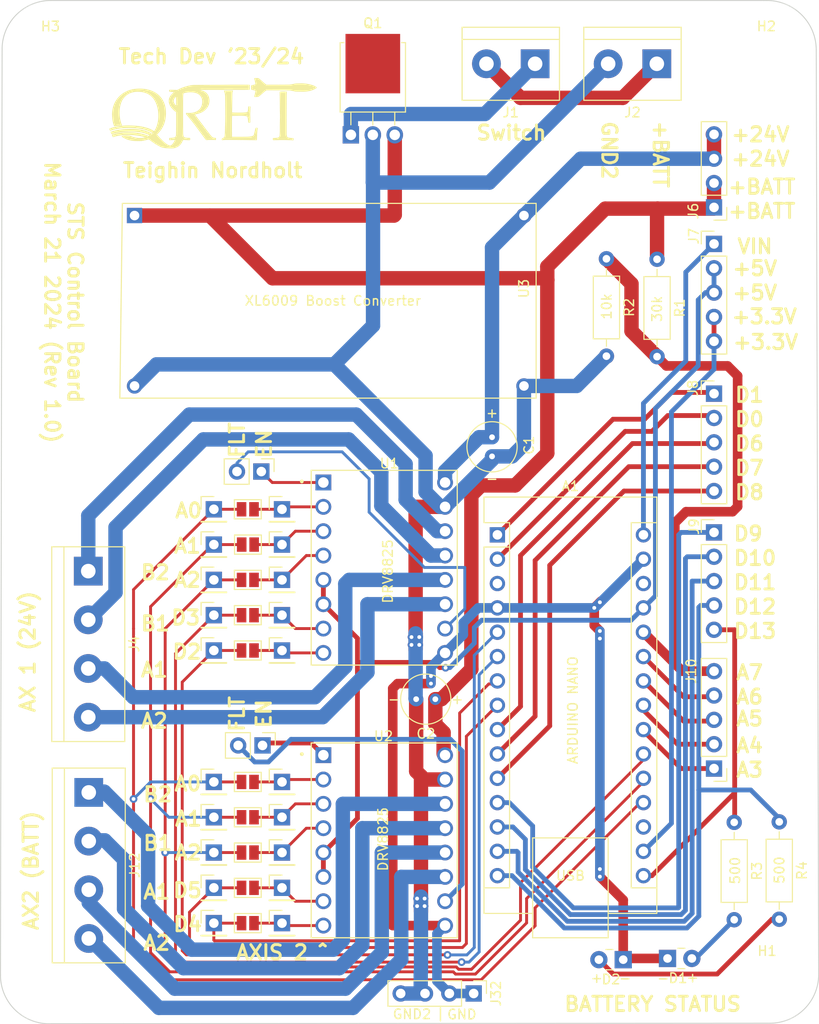
<source format=kicad_pcb>
(kicad_pcb (version 20221018) (generator pcbnew)
  (layers (0 "F.Cu" signal) (31 "B.Cu" signal) (34 "B.Paste" user) (35 "F.Paste" user) (36 "B.SilkS" user "B.Silkscreen") (37 "F.SilkS" user "F.Silkscreen") (38 "B.Mask" user) (39 "F.Mask" user) (44 "Edge.Cuts" user))
  (net 0 "")
  (net 1 "D1")
  (net 2 "D0")
  (net 4 "GND")
  (net 5 "D2")
  (net 6 "D3")
  (net 7 "D4")
  (net 8 "D5")
  (net 9 "D6")
  (net 10 "D7")
  (net 11 "D8")
  (net 12 "D9")
  (net 13 "D10")
  (net 14 "D11")
  (net 15 "D12")
  (net 16 "D13")
  (net 17 "+3.3V")
  (net 19 "A0")
  (net 20 "A1")
  (net 21 "A2")
  (net 22 "A3")
  (net 23 "A4")
  (net 24 "A5")
  (net 25 "A6")
  (net 26 "A7")
  (net 28 "VIN")
  (net 29 "+24V")
  (net 30 "GND2")
  (net 31 "+BATT")
  (net 32 "Net-(J1-Pin_2)")
  (net 33 "AX1_EN")
  (net 34 "AX1_FLT")
  (net 35 "AX2_B2")
  (net 36 "AX2_B1")
  (net 37 "AX2_A2")
  (net 38 "AX2_A1")
  (net 39 "AX2_EN")
  (net 40 "AX2_FLT")
  (net 41 "AX1_B2")
  (net 42 "AX1_B1")
  (net 43 "AX1_A2")
  (net 44 "AX1_A1")
  (net 45 "AX1_M0")
  (net 46 "AX1_M1")
  (net 47 "AX1_M2")
  (net 48 "AX1_STEP")
  (net 49 "AX1_DIR")
  (net 50 "AX2_M0")
  (net 51 "AX2_M2")
  (net 52 "AX2_M1")
  (net 53 "AX2_DIR")
  (net 54 "AX2_STEP")
  (net 55 "Net-(J1-Pin_1)")
  (net 56 "Net-(D1-A)")
  (net 57 "Net-(D2-A)")
  (net 58 "+5V")
  (footprint "Resistor_THT:R_Axial_DIN0207_L6.3mm_D2.5mm_P10.16mm_Horizontal" (layer "F.Cu") (at 167.64 65.0494 -90)
    (fp_text reference "R2")
    (fp_text value "10k")
  )
  (footprint "Connector_PinHeader_2.54mm:PinHeader_1x01_P2.54mm_Vertical" (layer "F.Cu") (at 126.6698 123.317)
    (fp_text reference "J26" hide)
    (fp_text value "Conn_01x01_Socket")
  )
  (footprint "TerminalBlock:TerminalBlock_bornier-2_P5.08mm" (layer "F.Cu") (at 172.8978 44.704 180)
    (fp_text reference "J2")
    (fp_text value "Screw_Terminal_01x02")
  )
  (footprint "Connector_PinHeader_2.54mm:PinHeader_1x05_P2.54mm_Vertical" (layer "F.Cu") (at 178.8668 63.5)
    (fp_text reference "J6")
    (fp_text value "Conn_01x05_Pin")
  )
  (footprint "Package_TO_SOT_THT:TO-251-3-1EP_Horizontal_TabDown" (layer "F.Cu") (at 140.97 52.1208)
    (fp_text reference "Q1")
    (fp_text value "PMOS")
  )
  (footprint "Connector_PinHeader_2.54mm:PinHeader_1x01_P2.54mm_Vertical" (layer "F.Cu") (at 133.7818 130.683)
    (fp_text reference "J31" hide)
    (fp_text value "Conn_01x01_Socket")
  )
  (footprint "Capacitor_THT:C_Radial_D5.0mm_H5.0mm_P2.00mm" (layer "F.Cu") (at 155.702 83.6676 -90)
    (fp_text reference "C1")
    (fp_text value "100uF")
  )
  (footprint "Jumper:SolderJumper-2_P1.3mm_Open_Pad1.0x1.5mm" (layer "F.Cu") (at 130.2108 91.186)
    (fp_text reference "JP1" hide)
    (fp_text value "SolderJumper_2_Open")
  )
  (footprint "Connector_PinHeader_2.54mm:PinHeader_1x01_P2.54mm_Vertical" (layer "F.Cu") (at 126.6698 130.683)
    (fp_text reference "J30" hide)
    (fp_text value "Conn_01x01_Socket")
  )
  (footprint "Jumper:SolderJumper-2_P1.3mm_Open_Pad1.0x1.5mm" (layer "F.Cu") (at 130.2108 134.366)
    (fp_text reference "JP9" hide)
    (fp_text value "SolderJumper_2_Open")
  )
  (footprint "Connector_PinHeader_2.54mm:PinHeader_1x05_P2.54mm_Vertical" (layer "F.Cu") (at 178.8668 79.121)
    (fp_text reference "J8")
    (fp_text value "Conn_01x05_Pin")
  )
  (footprint "Capacitor_THT:C_Radial_D5.0mm_H5.0mm_P2.00mm" (layer "F.Cu") (at 149.7838 110.998 180)
    (fp_text reference "C2")
    (fp_text value "100uF")
  )
  (footprint "Connector_PinHeader_2.54mm:PinHeader_1x01_P2.54mm_Vertical" (layer "F.Cu") (at 126.6698 102.235)
    (fp_text reference "J18" hide)
    (fp_text value "Conn_01x01_Socket")
  )
  (footprint "TerminalBlock:TerminalBlock_bornier-4_P5.08mm" (layer "F.Cu") (at 113.6142 120.7262 -90)
    (fp_text reference "J12")
    (fp_text value "Screw_Terminal_01x04")
  )
  (footprint "Connector_PinHeader_2.54mm:PinHeader_1x01_P2.54mm_Vertical" (layer "F.Cu") (at 133.7818 127)
    (fp_text reference "J25" hide)
    (fp_text value "Conn_01x01_Socket")
  )
  (footprint "Connector_PinHeader_2.54mm:PinHeader_1x01_P2.54mm_Vertical" (layer "F.Cu") (at 133.7818 105.918)
    (fp_text reference "J21" hide)
    (fp_text value "Conn_01x01_Socket")
  )
  (footprint "Connector_PinHeader_2.54mm:PinHeader_1x01_P2.54mm_Vertical" (layer "F.Cu") (at 126.6698 119.634)
    (fp_text reference "J22" hide)
    (fp_text value "Conn_01x01_Socket")
  )
  (footprint "Jumper:SolderJumper-2_P1.3mm_Open_Pad1.0x1.5mm" (layer "F.Cu") (at 130.2108 105.918)
    (fp_text reference "JP5" hide)
    (fp_text value "SolderJumper_2_Open")
  )
  (footprint "Connector_PinHeader_2.54mm:PinHeader_1x01_P2.54mm_Vertical" (layer "F.Cu") (at 133.7818 91.186)
    (fp_text reference "J13" hide)
    (fp_text value "Conn_01x01_Socket")
  )
  (footprint "Connector_PinHeader_2.54mm:PinHeader_1x01_P2.54mm_Vertical" (layer "F.Cu") (at 126.6698 105.918)
    (fp_text reference "J20" hide)
    (fp_text value "Conn_01x01_Socket")
  )
  (footprint "Connector_PinHeader_2.54mm:PinHeader_1x01_P2.54mm_Vertical" (layer "F.Cu") (at 133.7818 102.235)
    (fp_text reference "J19" hide)
    (fp_text value "Conn_01x01_Socket")
  )
  (footprint "Jumper:SolderJumper-2_P1.3mm_Open_Pad1.0x1.5mm" (layer "F.Cu") (at 130.2108 127)
    (fp_text reference "JP7" hide)
    (fp_text value "SolderJumper_2_Open")
  )
  (footprint "Jumper:SolderJumper-2_P1.3mm_Open_Pad1.0x1.5mm" (layer "F.Cu") (at 130.2108 98.552)
    (fp_text reference "JP3" hide)
    (fp_text value "SolderJumper_2_Open")
  )
  (footprint "Connector_PinHeader_2.54mm:PinHeader_1x01_P2.54mm_Vertical" (layer "F.Cu") (at 126.6698 91.186)
    (fp_text reference "J11" hide)
    (fp_text value "Conn_01x01_Socket")
  )
  (footprint "Connector_PinHeader_2.54mm:PinHeader_1x02_P2.54mm_Vertical" (layer "F.Cu") (at 131.7498 115.824 -90)
    (fp_text reference "J5" hide)
    (fp_text value "Conn_01x02_Pin")
  )
  (footprint "MountingHole:MountingHole_3.2mm_M3_DIN965" (layer "F.Cu") (at 184.404 139.6599 90)
    (fp_text reference "H1")
    (fp_text value "MountingHole")
  )
  (footprint "MountingHole:MountingHole_3.2mm_M3_DIN965" (layer "F.Cu") (at 184.3786 43.3832 90)
    (fp_text reference "H2")
    (fp_text value "MountingHole" hide)
  )
  (footprint "Connector_PinHeader_2.54mm:PinHeader_1x01_P2.54mm_Vertical" (layer "F.Cu") (at 126.6698 98.552)
    (fp_text reference "J16" hide)
    (fp_text value "Conn_01x01_Socket")
  )
  (footprint "MountingHole:MountingHole_3.2mm_M3_DIN965" (layer "F.Cu") (at 109.615698 43.270898 90)
    (fp_text reference "H3")
    (fp_text value "MountingHole")
  )
  (footprint "Footprints:IC_DRV8825_STEPPER_MOTOR_DRIVER_CARRIER" (layer "F.Cu") (at 144.4498 125.73)
    (fp_text reference "U2")
    (fp_text value "DRV8825_STEPPER_MOTOR_DRIVER_CARRIER")
  )
  (footprint "Jumper:SolderJumper-2_P1.3mm_Open_Pad1.0x1.5mm" (layer "F.Cu") (at 130.2108 123.317)
    (fp_text reference "JP8" hide)
    (fp_text value "SolderJumper_2_Open")
  )
  (footprint "Connector_PinHeader_2.54mm:PinHeader_1x04_P2.54mm_Vertical" (layer "F.Cu") (at 153.787 141.7066 -90)
    (fp_text reference "J32")
    (fp_text value "Conn_01x04_Pin")
  )
  (footprint "Connector_PinHeader_2.54mm:PinHeader_1x05_P2.54mm_Vertical" (layer "F.Cu") (at 178.8668 118.237 180)
    (fp_text reference "J10")
    (fp_text value "Conn_01x05_Pin")
  )
  (footprint "Footprints:XL6009 Boost Converter" (layer "F.Cu") (at 153.9524 60.5391 -90)
    (fp_text reference "U3")
    (fp_text value "XL6009 Boost Converter")
  )
  (footprint "LED_THT:LED_Rectangular_W3.0mm_H2.0mm" (layer "F.Cu") (at 174.0154 138.049)
    (fp_text reference "D1")
    (fp_text value "LED")
  )
  (footprint "Connector_PinHeader_2.54mm:PinHeader_1x05_P2.54mm_Vertical" (layer "F.Cu") (at 178.8668 93.599)
    (fp_text reference "J9")
    (fp_text value "Conn_01x05_Pin")
  )
  (footprint "Resistor_THT:R_Axial_DIN0207_L6.3mm_D2.5mm_P10.16mm_Horizontal" (layer "F.Cu") (at 172.9232 65.1002 -90)
    (fp_text reference "R1")
    (fp_text value "30k")
  )
  (footprint "TerminalBlock:TerminalBlock_bornier-4_P5.08mm" (layer "F.Cu") (at 113.5634 97.6376 -90)
    (fp_text reference "J4")
    (fp_text value "Screw_Terminal_01x04")
  )
  (footprint "Jumper:SolderJumper-2_P1.3mm_Open_Pad1.0x1.5mm" (layer "F.Cu") (at 130.2258 94.869)
    (fp_text reference "JP2" hide)
    (fp_text value "SolderJumper_2_Open")
  )
  (footprint "Jumper:SolderJumper-2_P1.3mm_Open_Pad1.0x1.5mm" (layer "F.Cu") (at 130.2108 119.634)
    (fp_text reference "JP6" hide)
    (fp_text value "SolderJumper_2_Open")
  )
  (footprint "TerminalBlock:TerminalBlock_bornier-2_P5.08mm" (layer "F.Cu") (at 160.1978 44.704 180)
    (fp_text reference "J1")
    (fp_text value "Screw_Terminal_01x02")
  )
  (footprint "Jumper:SolderJumper-2_P1.3mm_Open_Pad1.0x1.5mm" (layer "F.Cu") (at 130.2108 102.235)
    (fp_text reference "JP4" hide)
    (fp_text value "SolderJumper_2_Open")
  )
  (footprint "Connector_PinHeader_2.54mm:PinHeader_1x04_P2.54mm_Vertical" (layer "F.Cu") (at 178.8668 59.69 180)
    (fp_text reference "J7")
    (fp_text value "Conn_01x04_Pin")
  )
  (footprint "Connector_PinHeader_2.54mm:PinHeader_1x01_P2.54mm_Vertical" (layer "F.Cu") (at 133.7818 98.552)
    (fp_text reference "J17" hide)
    (fp_text value "Conn_01x01_Socket")
  )
  (footprint "Connector_PinHeader_2.54mm:PinHeader_1x01_P2.54mm_Vertical" (layer "F.Cu") (at 126.6698 94.869)
    (fp_text reference "J14" hide)
    (fp_text value "Conn_01x01_Socket")
  )
  (footprint "Module:Arduino_Nano" (layer "F.Cu") (at 156.2608 93.853)
    (fp_text reference "A1")
    (fp_text value "Arduino_Nano_v3.x")
  )
  (footprint "Connector_PinHeader_2.54mm:PinHeader_1x01_P2.54mm_Vertical" (layer "F.Cu") (at 126.6698 134.366)
    (fp_text reference "J28" hide)
    (fp_text value "Conn_01x01_Socket")
  )
  (footprint "Resistor_THT:R_Axial_DIN0207_L6.3mm_D2.5mm_P10.16mm_Horizontal" (layer "F.Cu") (at 180.975 123.8504 -90)
    (fp_text reference "R3")
    (fp_text value "500")
  )
  (footprint "Connector_PinHeader_2.54mm:PinHeader_1x02_P2.54mm_Vertical" (layer "F.Cu") (at 131.6228 87.249 -90)
    (fp_text reference "J3" hide)
    (fp_text value "Conn_01x02_Pin")
  )
  (footprint "Connector_PinHeader_2.54mm:PinHeader_1x01_P2.54mm_Vertical" (layer "F.Cu") (at 133.7818 123.317)
    (fp_text reference "J27" hide)
    (fp_text value "Conn_01x01_Socket")
  )
  (footprint "Jumper:SolderJumper-2_P1.3mm_Open_Pad1.0x1.5mm" (layer "F.Cu") (at 130.2108 130.683)
    (fp_text reference "JP10" hide)
    (fp_text value "SolderJumper_2_Open")
  )
  (footprint "Connector_PinHeader_2.54mm:PinHeader_1x01_P2.54mm_Vertical" (layer "F.Cu") (at 133.7818 134.366)
    (fp_text reference "J29" hide)
    (fp_text value "Conn_01x01_Socket")
  )
  (footprint "LED_THT:LED_Rectangular_W3.0mm_H2.0mm" (layer "F.Cu") (at 169.3926 138.176 180)
    (fp_text reference "D2")
    (fp_text value "LED")
  )
  (footprint "Footprints:IC_DRV8825_STEPPER_MOTOR_DRIVER_CARRIER" (layer "F.Cu") (at 144.4498 97.282)
    (fp_text reference "U1")
    (fp_text value "DRV8825_STEPPER_MOTOR_DRIVER_CARRIER")
  )
  (footprint "Connector_PinHeader_2.54mm:PinHeader_1x01_P2.54mm_Vertical" (layer "F.Cu") (at 133.7818 119.634)
    (fp_text reference "J23" hide)
    (fp_text value "Conn_01x01_Socket")
  )
  (footprint "Resistor_THT:R_Axial_DIN0207_L6.3mm_D2.5mm_P10.16mm_Horizontal" (layer "F.Cu") (at 185.674 123.7996 -90)
    (fp_text reference "R4")
    (fp_text value "500")
  )
  (footprint "Connector_PinHeader_2.54mm:PinHeader_1x01_P2.54mm_Vertical" (layer "F.Cu") (at 133.7818 94.869)
    (fp_text reference "J15" hide)
    (fp_text value "Conn_01x01_Socket")
  )
  (footprint "Connector_PinHeader_2.54mm:PinHeader_1x01_P2.54mm_Vertical" (layer "F.Cu") (at 126.6698 127)
    (fp_text reference "J24" hide)
    (fp_text value "Conn_01x01_Socket")
  )
  (gr_poly (pts (xy 129.601754 46.884248) (xy 129.870773 46.884966) (xy 130.072344 46.885912) (xy 130.150862 46.886519) (xy 130.216151 46.88724) (xy 130.269419 46.888096) (xy 130.311878 46.889106) (xy 130.344738 46.890288) (xy 130.369209 46.891664) (xy 130.386503 46.893251) (xy 130.392836 46.89413) (xy 130.397829 46.895069) (xy 130.401633 46.896071) (xy 130.404399 46.897138) (xy 130.406278 46.898273) (xy 130.407422 46.899477) (xy 130.408849 46.902059) (xy 130.410154 46.906197) (xy 130.412411 46.919335) (xy 130.414212 46.939273) (xy 130.41558 46.966395) (xy 130.416534 47.001082) (xy 130.417096 47.043716) (xy 130.417124 47.154359) (xy 130.416954 47.196464) (xy 130.416757 47.233395) (xy 130.416506 47.265517) (xy 130.416173 47.293196) (xy 130.415968 47.305484) (xy 130.415732 47.316799) (xy 130.415462 47.327185) (xy 130.415155 47.336689) (xy 130.414807 47.345357) (xy 130.414415 47.353233) (xy 130.413976 47.360365) (xy 130.413486 47.366797) (xy 130.412941 47.372576) (xy 130.412339 47.377747) (xy 130.411676 47.382355) (xy 130.410948 47.386447) (xy 130.410559 47.388313) (xy 130.410153 47.390067) (xy 130.409729 47.391715) (xy 130.409286 47.393263) (xy 130.408825 47.394715) (xy 130.408345 47.396079) (xy 130.407845 47.397359) (xy 130.407326 47.398561) (xy 130.406786 47.399691) (xy 130.406225 47.400755) (xy 130.405643 47.401759) (xy 130.40504 47.402707) (xy 130.404414 47.403607) (xy 130.403766 47.404462) (xy 130.402401 47.406066) (xy 130.400941 47.407565) (xy 130.399382 47.409005) (xy 130.397722 47.41043) (xy 130.395957 47.411887) (xy 130.380571 47.416874) (xy 130.330583 47.420693) (xy 130.020469 47.425447) (xy 127.815387 47.427762) (xy 126.006188 47.429967) (xy 125.454601 47.432227) (xy 125.250692 47.434817) (xy 125.250611 47.435272) (xy 125.250858 47.435806) (xy 125.252303 47.437105) (xy 125.254965 47.438693) (xy 125.258782 47.44055) (xy 125.269622 47.444987) (xy 125.284317 47.450251) (xy 125.30236 47.456177) (xy 125.323246 47.462599) (xy 125.346468 47.469351) (xy 125.371519 47.476269) (xy 125.408697 47.486433) (xy 125.443635 47.49648) (xy 125.476532 47.506498) (xy 125.507586 47.516577) (xy 125.536998 47.526805) (xy 125.564964 47.537273) (xy 125.591686 47.548069) (xy 125.617361 47.559282) (xy 125.642189 47.571001) (xy 125.666368 47.583317) (xy 125.690097 47.596316) (xy 125.713576 47.61009) (xy 125.737003 47.624727) (xy 125.760577 47.640316) (xy 125.784498 47.656946) (xy 125.808963 47.674706) (xy 125.839095 47.698191) (xy 125.868281 47.722972) (xy 125.896485 47.749004) (xy 125.923671 47.77624) (xy 125.949803 47.804634) (xy 125.974845 47.834138) (xy 125.99876 47.864708) (xy 126.021512 47.896295) (xy 126.043065 47.928854) (xy 126.063384 47.962337) (xy 126.082431 47.9967) (xy 126.100171 48.031894) (xy 126.116567 48.067874) (xy 126.131583 48.104592) (xy 126.145183 48.142003) (xy 126.157332 48.180061) (xy 126.173517 48.238174) (xy 126.187021 48.296384) (xy 126.197848 48.35462) (xy 126.206004 48.412811) (xy 126.211493 48.470889) (xy 126.21432 48.528783) (xy 126.214492 48.586425) (xy 126.212012 48.643743) (xy 126.206886 48.700668) (xy 126.19912 48.757131) (xy 126.188719 48.813062) (xy 126.175687 48.868391) (xy 126.16003 48.923047) (xy 126.141753 48.976963) (xy 126.120861 49.030067) (xy 126.097359 49.08229) (xy 126.062906 49.149425) (xy 126.02509 49.214516) (xy 125.984 49.277483) (xy 125.939726 49.338246) (xy 125.892356 49.396726) (xy 125.84198 49.452841) (xy 125.788686 49.506511) (xy 125.732565 49.557658) (xy 125.673705 49.6062) (xy 125.612195 49.652057) (xy 125.548125 49.695149) (xy 125.481583 49.735397) (xy 125.412659 49.77272) (xy 125.341441 49.807038) (xy 125.26802 49.838271) (xy 125.192484 49.866338) (xy 125.149351 49.880289) (xy 125.092163 49.897413) (xy 124.956123 49.935681) (xy 124.825375 49.970146) (xy 124.774801 49.982515) (xy 124.740929 49.98981) (xy 124.737501 49.990337) (xy 124.734171 49.990918) (xy 124.730959 49.991549) (xy 124.727879 49.992222) (xy 124.724949 49.992932) (xy 124.722186 49.993671) (xy 124.719606 49.994433) (xy 124.717227 49.995212) (xy 124.715064 49.996002) (xy 124.713135 49.996796) (xy 124.711457 49.997586) (xy 124.710718 49.997979) (xy 124.710047 49.998368) (xy 124.709447 49.998754) (xy 124.70892 49.999135) (xy 124.708469 49.99951) (xy 124.708095 49.999879) (xy 124.707801 50.000241) (xy 124.707588 50.000595) (xy 124.707458 50.00094) (xy 124.707415 50.001276) (xy 124.711477 50.010841) (xy 124.725522 50.032819) (xy 124.794727 50.129268) (xy 124.937354 50.321132) (xy 125.175727 50.638922) (xy 125.637177 51.252218) (xy 125.951618 51.66782) (xy 126.151295 51.928145) (xy 126.218175 52.013334) (xy 126.268456 52.075609) (xy 126.313565 52.130304) (xy 126.354327 52.178885) (xy 126.391273 52.221726) (xy 126.424933 52.259205) (xy 126.455839 52.291697) (xy 126.484521 52.319579) (xy 126.498194 52.331908) (xy 126.511511 52.343225) (xy 126.524537 52.353578) (xy 126.537339 52.363013) (xy 126.549984 52.371577) (xy 126.562538 52.379317) (xy 126.575066 52.386281) (xy 126.587636 52.392515) (xy 126.600314 52.398066) (xy 126.613166 52.402981) (xy 126.626259 52.407308) (xy 126.639659 52.411093) (xy 126.653432 52.414383) (xy 126.667645 52.417225) (xy 126.697655 52.421754) (xy 126.730221 52.425055) (xy 126.765873 52.427505) (xy 126.80924 52.430322) (xy 126.826769 52.431894) (xy 126.841776 52.43383) (xy 126.848391 52.434994) (xy 126.854447 52.436319) (xy 126.859964 52.43783) (xy 126.864968 52.439551) (xy 126.869481 52.441505) (xy 126.873526 52.443715) (xy 126.877126 52.446207) (xy 126.880305 52.449002) (xy 126.883087 52.452126) (xy 126.885494 52.455602) (xy 126.887549 52.459454) (xy 126.889276 52.463704) (xy 126.890699 52.468378) (xy 126.89184 52.473499) (xy 126.892722 52.47909) (xy 126.893369 52.485176) (xy 126.894051 52.498925) (xy 126.894072 52.514936) (xy 126.892873 52.554505) (xy 126.892169 52.574123) (xy 126.891295 52.591392) (xy 126.890121 52.606444) (xy 126.888519 52.619411) (xy 126.887516 52.625153) (xy 126.886358 52.630424) (xy 126.885028 52.63524) (xy 126.883509 52.639616) (xy 126.881787 52.64357) (xy 126.879845 52.647118) (xy 126.877666 52.650277) (xy 126.875234 52.653062) (xy 126.872534 52.655491) (xy 126.869549 52.65758) (xy 126.866263 52.659345) (xy 126.86266 52.660804) (xy 126.858723 52.661971) (xy 126.854437 52.662864) (xy 126.849786 52.663499) (xy 126.844752 52.663894) (xy 126.839321 52.664063) (xy 126.833476 52.664024) (xy 126.820478 52.663387) (xy 126.80563 52.662115) (xy 126.788804 52.660338) (xy 126.725247 52.656442) (xy 126.62993 52.653972) (xy 126.513921 52.652866) (xy 126.388291 52.653062) (xy 126.264107 52.654499) (xy 126.15244 52.657114) (xy 126.064357 52.660845) (xy 126.010929 52.665631) (xy 125.987149 52.669386) (xy 125.977073 52.670847) (xy 125.968031 52.672024) (xy 125.959893 52.672912) (xy 125.95253 52.673506) (xy 125.945809 52.673799) (xy 125.939602 52.673788) (xy 125.933777 52.673467) (xy 125.928204 52.67283) (xy 125.922752 52.671873) (xy 125.917291 52.670591) (xy 125.911691 52.668978) (xy 125.905821 52.667029) (xy 125.89955 52.664738) (xy 125.892748 52.662102) (xy 125.883508 52.658361) (xy 125.874312 52.654085) (xy 125.865159 52.649277) (xy 125.856051 52.64394) (xy 125.84699 52.638075) (xy 125.837976 52.631686) (xy 125.829012 52.624774) (xy 125.820098 52.617344) (xy 125.811236 52.609396) (xy 125.802426 52.600935) (xy 125.793671 52.591962) (xy 125.784972 52.58248) (xy 125.776329 52.572491) (xy 125.767744 52.561998) (xy 125.759219 52.551005) (xy 125.750755 52.539512) (xy 125.413852 52.084429) (xy 125.145962 51.72217) (xy 124.929665 51.42738) (xy 124.700194 51.118272) (xy 124.588786 50.97226) (xy 124.476345 50.827768) (xy 124.360432 50.681663) (xy 124.238606 50.530815) (xy 123.967463 50.202359) (xy 123.891759 50.111541) (xy 123.861394 50.07483) (xy 123.835599 50.043182) (xy 123.814056 50.016045) (xy 123.804781 50.003996) (xy 123.79645 49.992868) (xy 123.789025 49.982592) (xy 123.782464 49.973099) (xy 123.77673 49.96432) (xy 123.771782 49.956186) (xy 123.767581 49.948629) (xy 123.764086 49.941579) (xy 123.76126 49.934967) (xy 123.759061 49.928724) (xy 123.757451 49.922782) (xy 123.75639 49.917071) (xy 123.755838 49.911522) (xy 123.755755 49.906067) (xy 123.756103 49.900637) (xy 123.756842 49.895162) (xy 123.757932 49.889574) (xy 123.759333 49.883803) (xy 123.762912 49.87144) (xy 123.767262 49.857519) (xy 123.768878 49.852182) (xy 123.770437 49.847397) (xy 123.771961 49.84314) (xy 123.773477 49.839384) (xy 123.774239 49.837686) (xy 123.775008 49.836103) (xy 123.775787 49.834633) (xy 123.776579 49.833272) (xy 123.777387 49.832017) (xy 123.778215 49.830865) (xy 123.779065 49.829812) (xy 123.77994 49.828856) (xy 123.780843 49.827992) (xy 123.781778 49.827218) (xy 123.782748 49.826531) (xy 123.783755 49.825927) (xy 123.784803 49.825404) (xy 123.785895 49.824957) (xy 123.787033 49.824584) (xy 123.788222 49.824281) (xy 123.789463 49.824045) (xy 123.790761 49.823873) (xy 123.792117 49.823762) (xy 123.793536 49.823709) (xy 123.79502 49.82371) (xy 123.796573 49.823761) (xy 123.799894 49.824005) (xy 123.873226 49.829564) (xy 123.956108 49.832425) (xy 124.045274 49.832702) (xy 124.137458 49.830509) (xy 124.229394 49.82596) (xy 124.317816 49.819168) (xy 124.399458 49.810247) (xy 124.471054 49.799311) (xy 124.520305 49.789666) (xy 124.569106 49.778292) (xy 124.617357 49.765239) (xy 124.664957 49.750556) (xy 124.711809 49.734291) (xy 124.757811 49.716494) (xy 124.802866 49.697214) (xy 124.846872 49.6765) (xy 124.889732 49.654401) (xy 124.931344 49.630966) (xy 124.971611 49.606244) (xy 125.010432 49.580285) (xy 125.047707 49.553137) (xy 125.083338 49.52485) (xy 125.117225 49.495473) (xy 125.149269 49.465054) (xy 125.177447 49.436262) (xy 125.204123 49.406739) (xy 125.229324 49.376435) (xy 125.253077 49.345302) (xy 125.275408 49.313291) (xy 125.296345 49.280352) (xy 125.315916 49.246436) (xy 125.334147 49.211495) (xy 125.351065 49.175478) (xy 125.366698 49.138338) (xy 125.381072 49.100025) (xy 125.394215 49.060489) (xy 125.406154 49.019682) (xy 125.416917 48.977555) (xy 125.426529 48.934059) (xy 125.435019 48.889144) (xy 125.443108 48.836485) (xy 125.449197 48.784686) (xy 125.453298 48.733773) (xy 125.455426 48.683768) (xy 125.455594 48.634696) (xy 125.453818 48.586581) (xy 125.45011 48.539446) (xy 125.444486 48.493316) (xy 125.436958 48.448214) (xy 125.427542 48.404165) (xy 125.41625 48.361192) (xy 125.403098 48.319318) (xy 125.388099 48.278569) (xy 125.371267 48.238967) (xy 125.352617 48.200538) (xy 125.332162 48.163304) (xy 125.309916 48.127289) (xy 125.285894 48.092518) (xy 125.260109 48.059014) (xy 125.232576 48.026802) (xy 125.203309 47.995905) (xy 125.172321 47.966347) (xy 125.139627 47.938151) (xy 125.105241 47.911343) (xy 125.069176 47.885946) (xy 125.031447 47.861983) (xy 124.992068 47.839478) (xy 124.951054 47.818456) (xy 124.908417 47.798941) (xy 124.864172 47.780956) (xy 124.818333 47.764525) (xy 124.770915 47.749672) (xy 124.733019 47.739142) (xy 124.693841 47.729392) (xy 124.653527 47.720435) (xy 124.61222 47.712285) (xy 124.527209 47.698465) (xy 124.439965 47.688046) (xy 124.351647 47.68114) (xy 124.263411 47.677862) (xy 124.176415 47.678325) (xy 124.133744 47.679995) (xy 124.091817 47.682644) (xy 124.048489 47.686179) (xy 124.003246 47.690752) (xy 123.909434 47.702529) (xy 123.81523 47.717014) (xy 123.72548 47.733245) (xy 123.645031 47.750262) (xy 123.60981 47.758765) (xy 123.578732 47.767104) (xy 123.552403 47.775158) (xy 123.531429 47.782808) (xy 123.516416 47.789934) (xy 123.511335 47.793262) (xy 123.50797 47.796415) (xy 123.504695 47.801826) (xy 123.501486 47.810106) (xy 123.495292 47.835165) (xy 123.489429 47.871387) (xy 123.483937 47.918564) (xy 123.478859 47.97649) (xy 123.474236 48.044958) (xy 123.470109 48.123761) (xy 123.466519 48.212693) (xy 123.460772 48.915134) (xy 123.460235 50.175019) (xy 123.464162 51.403816) (xy 123.471811 52.012991) (xy 123.476022 52.056403) (xy 123.480699 52.097189) (xy 123.48581 52.135123) (xy 123.491324 52.169977) (xy 123.497209 52.201524) (xy 123.503436 52.229536) (xy 123.506668 52.242146) (xy 123.509974 52.253786) (xy 123.513349 52.264429) (xy 123.51679 52.274047) (xy 123.519956 52.281804) (xy 123.523809 52.28951) (xy 123.52831 52.297136) (xy 123.533423 52.304653) (xy 123.539109 52.31203) (xy 123.545331 52.319238) (xy 123.552052 52.326247) (xy 123.559233 52.333027) (xy 123.566839 52.339549) (xy 123.574831 52.345782) (xy 123.583172 52.351698) (xy 123.591824 52.357266) (xy 123.60075 52.362458) (xy 123.609913 52.367242) (xy 123.619274 52.371589) (xy 123.628797 52.37547) (xy 123.643371 52.380425) (xy 123.660764 52.38534) (xy 123.702798 52.394901) (xy 123.752479 52.403841) (xy 123.807391 52.411851) (xy 123.865113 52.41862) (xy 123.923228 52.423839) (xy 123.979318 52.427198) (xy 124.030963 52.428387) (xy 124.059947 52.428496) (xy 124.085526 52.42893) (xy 124.107912 52.429846) (xy 124.127315 52.431405) (xy 124.135965 52.432475) (xy 124.143949 52.433765) (xy 124.151294 52.435294) (xy 124.158025 52.437084) (xy 124.16417 52.439153) (xy 124.169755 52.441522) (xy 124.174806 52.444211) (xy 124.17935 52.447239) (xy 124.183414 52.450625) (xy 124.187023 52.454391) (xy 124.190205 52.458556) (xy 124.192986 52.463139) (xy 124.195392 52.468161) (xy 124.19745 52.473642) (xy 124.199186 52.479601) (xy 124.200627 52.486058) (xy 124.2018 52.493033) (xy 124.20273 52.500546) (xy 124.203969 52.517266) (xy 124.204557 52.536375) (xy 124.204706 52.558033) (xy 124.204069 52.600587) (xy 124.202695 52.617812) (xy 124.200104 52.632557) (xy 124.198231 52.639051) (xy 124.195911 52.644987) (xy 124.193093 52.650386) (xy 124.18973 52.655267) (xy 124.185775 52.659653) (xy 124.181178 52.663563) (xy 124.175893 52.667019) (xy 124.169869 52.67004) (xy 124.163061 52.672648) (xy 124.155419 52.674863) (xy 124.137441 52.678198) (xy 124.115551 52.68021) (xy 124.089364 52.681064) (xy 124.058496 52.680926) (xy 124.02256 52.679962) (xy 123.933949 52.676213) (xy 123.612922 52.661221) (xy 123.492977 52.655928) (xy 123.462109 52.683269) (xy 123.457972 52.687119) (xy 123.45382 52.691413) (xy 123.449637 52.696183) (xy 123.445407 52.701459) (xy 123.441115 52.707273) (xy 123.436746 52.713655) (xy 123.432284 52.720636) (xy 123.427713 52.728248) (xy 123.418184 52.745488) (xy 123.408035 52.765621) (xy 123.397142 52.788896) (xy 123.38538 52.815561) (xy 123.373081 52.842975) (xy 123.360617 52.869382) (xy 123.347925 52.894872) (xy 123.334944 52.919534) (xy 123.321611 52.943457) (xy 123.307865 52.96673) (xy 123.293644 52.989442) (xy 123.278885 53.011683) (xy 123.263527 53.033541) (xy 123.247507 53.055107) (xy 123.230764 53.076468) (xy 123.213235 53.097714) (xy 123.194859 53.118934) (xy 123.175574 53.140218) (xy 123.155317 53.161654) (xy 123.134026 53.183332) (xy 123.092037 53.223493) (xy 123.049092 53.261289) (xy 123.00521 53.29671) (xy 122.960407 53.329748) (xy 122.914699 53.360393) (xy 122.868104 53.388637) (xy 122.820638 53.41447) (xy 122.772318 53.437883) (xy 122.723161 53.458867) (xy 122.673184 53.477413) (xy 122.622403 53.493513) (xy 122.570835 53.507157) (xy 122.518497 53.518335) (xy 122.465407 53.52704) (xy 122.411579 53.533262) (xy 122.357032 53.536991) (xy 122.292976 53.538202) (xy 122.205903 53.537419) (xy 121.994002 53.531148) (xy 121.78392 53.520744) (xy 121.699121 53.514793) (xy 121.638248 53.508769) (xy 121.589379 53.501899) (xy 121.535694 53.4935) (xy 121.479653 53.484026) (xy 121.423715 53.473932) (xy 121.37034 53.463673) (xy 121.321988 53.453703) (xy 121.281119 53.444477) (xy 121.250192 53.43645) (xy 121.217526 53.426214) (xy 121.182172 53.413271) (xy 121.143842 53.397475) (xy 121.102246 53.378682) (xy 121.057095 53.356747) (xy 121.008099 53.331526) (xy 120.954968 53.302873) (xy 120.897414 53.270644) (xy 120.787108 53.207898) (xy 120.689317 53.150672) (xy 120.599526 53.09605) (xy 120.513218 53.041118) (xy 120.425876 52.982961) (xy 120.332984 52.918665) (xy 120.230026 52.845316) (xy 120.112484 52.759998) (xy 120.046653 52.711929) (xy 120.018841 52.691805) (xy 119.994124 52.674091) (xy 119.972276 52.658642) (xy 119.953067 52.645308) (xy 119.936269 52.633943) (xy 119.921653 52.624399) (xy 119.908991 52.61653) (xy 119.898053 52.610188) (xy 119.893159 52.607544) (xy 119.888611 52.605226) (xy 119.884379 52.603217) (xy 119.880436 52.601496) (xy 119.876753 52.600048) (xy 119.8733 52.598852) (xy 119.87005 52.597891) (xy 119.866974 52.597145) (xy 119.864044 52.596598) (xy 119.86123 52.596229) (xy 119.858504 52.596022) (xy 119.855838 52.595957) (xy 119.851901 52.59614) (xy 119.847077 52.596678) (xy 119.83503 52.598754) (xy 119.820212 52.602049) (xy 119.803142 52.60643) (xy 119.784335 52.611761) (xy 119.764309 52.617909) (xy 119.74358 52.624738) (xy 119.722665 52.632116) (xy 119.658229 52.653607) (xy 119.588182 52.674229) (xy 119.513856 52.693694) (xy 119.436584 52.711712) (xy 119.3577 52.727993) (xy 119.278537 52.742249) (xy 119.200428 52.754189) (xy 119.124706 52.763526) (xy 119.062393 52.767749) (xy 118.976774 52.770526) (xy 118.87497 52.771897) (xy 118.764101 52.771904) (xy 118.65129 52.770588) (xy 118.543656 52.767991) (xy 118.448322 52.764153) (xy 118.372408 52.759116) (xy 118.296921 52.751905) (xy 118.224134 52.743803) (xy 118.153875 52.734765) (xy 118.085969 52.724748) (xy 118.020244 52.713708) (xy 117.956526 52.7016) (xy 117.894643 52.688382) (xy 117.834422 52.674009) (xy 117.775688 52.658436) (xy 117.71827 52.641621) (xy 117.661994 52.623519) (xy 117.606687 52.604087) (xy 117.552176 52.58328) (xy 117.498287 52.561054) (xy 117.444848 52.537366) (xy 117.391685 52.512171) (xy 117.351896 52.491727) (xy 117.308521 52.468171) (xy 117.26343 52.44261) (xy 117.218494 52.41615) (xy 117.175583 52.389897) (xy 117.136569 52.364956) (xy 117.103322 52.342434) (xy 117.089446 52.332425) (xy 117.077713 52.323436) (xy 117.070856 52.317949) (xy 117.064813 52.313026) (xy 117.059553 52.308613) (xy 117.057207 52.30658) (xy 117.055044 52.304653) (xy 117.053061 52.302826) (xy 117.051254 52.301091) (xy 117.049618 52.299442) (xy 117.048149 52.297871) (xy 117.046844 52.296372) (xy 117.045698 52.294938) (xy 117.044708 52.293562) (xy 117.043869 52.292237) (xy 117.043177 52.290955) (xy 117.042628 52.289711) (xy 117.042219 52.288496) (xy 117.041944 52.287305) (xy 117.041801 52.28613) (xy 117.041785 52.284964) (xy 117.041892 52.2838) (xy 117.042118 52.282632) (xy 117.042459 52.281452) (xy 117.042911 52.280253) (xy 117.04347 52.279029) (xy 117.044132 52.277772) (xy 117.044893 52.276476) (xy 117.045748 52.275134) (xy 117.047727 52.272283) (xy 117.052046 52.266802) (xy 117.057103 52.261593) (xy 117.062953 52.256637) (xy 117.069652 52.251916) (xy 117.077255 52.247412) (xy 117.085818 52.243106) (xy 117.095396 52.238982) (xy 117.106046 52.235021) (xy 117.117822 52.231204) (xy 117.13078 52.227514) (xy 117.144976 52.223933) (xy 117.160464 52.220441) (xy 117.195544 52.213658) (xy 117.236463 52.207019) (xy 117.279567 52.200879) (xy 117.324608 52.19568) (xy 117.371186 52.191414) (xy 117.418902 52.188071) (xy 117.516152 52.184121) (xy 117.613164 52.183758) (xy 117.706745 52.186908) (xy 117.75125 52.189779) (xy 117.793701 52.1935) (xy 117.833696 52.198065) (xy 117.870838 52.203462) (xy 117.904727 52.209684) (xy 117.934963 52.216721) (xy 117.950277 52.220985) (xy 117.968009 52.226367) (xy 117.987518 52.232657) (xy 118.008165 52.239651) (xy 118.029307 52.24714) (xy 118.050305 52.254919) (xy 118.070517 52.262781) (xy 118.089303 52.270519) (xy 118.148892 52.294813) (xy 118.207415 52.317121) (xy 118.265091 52.33748) (xy 118.322137 52.35593) (xy 118.378769 52.372509) (xy 118.435205 52.387256) (xy 118.491661 52.40021) (xy 118.548356 52.41141) (xy 118.605505 52.420894) (xy 118.663325 52.428701) (xy 118.722035 52.43487) (xy 118.78185 52.439439) (xy 118.842989 52.442448) (xy 118.905667 52.443935) (xy 118.970102 52.443939) (xy 119.036512 52.442498) (xy 119.074172 52.441313) (xy 119.111739 52.439797) (xy 119.182584 52.436104) (xy 119.241026 52.43208) (xy 119.26309 52.430151) (xy 119.279046 52.428387) (xy 119.293858 52.425991) (xy 119.309356 52.423147) (xy 119.3253 52.419926) (xy 119.341444 52.416398) (xy 119.373366 52.408698) (xy 119.40318 52.400606) (xy 119.416689 52.396587) (xy 119.428943 52.392679) (xy 119.439697 52.388951) (xy 119.448711 52.385475) (xy 119.455739 52.382319) (xy 119.460541 52.379553) (xy 119.462031 52.378338) (xy 119.462873 52.377247) (xy 119.463036 52.376288) (xy 119.462491 52.37547) (xy 119.457023 52.372652) (xy 119.44541 52.368301) (xy 119.406708 52.355819) (xy 119.288087 52.321451) (xy 119.153921 52.285429) (xy 119.095788 52.270881) (xy 119.051505 52.260818) (xy 118.805709 52.215892) (xy 118.555397 52.180381) (xy 118.301923 52.154359) (xy 118.046639 52.137896) (xy 117.790901 52.131067) (xy 117.536063 52.133941) (xy 117.283477 52.146594) (xy 117.034498 52.169095) (xy 116.921628 52.183446) (xy 116.804242 52.201548) (xy 116.68576 52.222689) (xy 116.569603 52.246155) (xy 116.459193 52.271234) (xy 116.35795 52.297212) (xy 116.269296 52.323375) (xy 116.230758 52.336304) (xy 116.196651 52.349012) (xy 116.187468 52.352555) (xy 116.178585 52.355861) (xy 116.170218 52.358856) (xy 116.162586 52.361469) (xy 116.155904 52.363628) (xy 116.15039 52.365259) (xy 116.148139 52.365855) (xy 116.146261 52.366291) (xy 116.144784 52.36656) (xy 116.143734 52.366651) (xy 116.142474 52.366028) (xy 116.140702 52.364209) (xy 116.135769 52.357286) (xy 116.129223 52.346484) (xy 116.121355 52.332407) (xy 116.102806 52.296841) (xy 116.082439 52.255416) (xy 116.062568 52.212957) (xy 116.045507 52.174291) (xy 116.033574 52.144244) (xy 116.030253 52.133962) (xy 116.029081 52.127644) (xy 116.02946 52.122826) (xy 116.030707 52.118244) (xy 116.032988 52.113825) (xy 116.036468 52.109495) (xy 116.041311 52.105181) (xy 116.047685 52.100809) (xy 116.055753 52.096304) (xy 116.065682 52.091595) (xy 116.077636 52.086606) (xy 116.091782 52.081265) (xy 116.127308 52.069229) (xy 116.173582 52.054899) (xy 116.231928 52.037686) (xy 116.334017 52.008652) (xy 116.434307 51.982854) (xy 116.534391 51.95997) (xy 116.635859 51.93968) (xy 116.740304 51.921664) (xy 116.849317 51.905601) (xy 116.96449 51.891171) (xy 117.087415 51.878054) (xy 117.266176 51.862647) (xy 117.444664 51.851785) (xy 117.622459 51.845424) (xy 117.799144 51.84352) (xy 117.974298 51.84603) (xy 118.147505 51.852908) (xy 118.318345 51.864112) (xy 118.486399 51.879597) (xy 118.651249 51.89932) (xy 118.812477 51.923236) (xy 118.969664 51.951302) (xy 119.122391 51.983474) (xy 119.27024 52.019707) (xy 119.412792 52.059958) (xy 119.549629 52.104183) (xy 119.680331 52.152338) (xy 119.701031 52.160815) (xy 119.721741 52.16955) (xy 119.741893 52.178306) (xy 119.760919 52.186845) (xy 119.77825 52.194928) (xy 119.793317 52.20232) (xy 119.805552 52.208781) (xy 119.81043 52.211589) (xy 119.814387 52.214075) (xy 119.821954 52.218384) (xy 119.829447 52.22205) (xy 119.836876 52.22507) (xy 119.844249 52.227442) (xy 119.847918 52.228383) (xy 119.851576 52.229162) (xy 119.855224 52.229777) (xy 119.858865 52.230229) (xy 119.862498 52.230516) (xy 119.866126 52.230639) (xy 119.869748 52.230597) (xy 119.873367 52.230391) (xy 119.876983 52.230018) (xy 119.880598 52.229481) (xy 119.884212 52.228777) (xy 119.887828 52.227907) (xy 119.891445 52.22687) (xy 119.895065 52.225666) (xy 119.89869 52.224295) (xy 119.902319 52.222756) (xy 119.9096 52.219175) (xy 119.916915 52.214919) (xy 119.924273 52.209986) (xy 119.931685 52.204373) (xy 119.95638 52.184088) (xy 119.891116 52.143519) (xy 119.847305 52.117743) (xy 119.800579 52.093083) (xy 119.750008 52.069167) (xy 119.694663 52.045623) (xy 119.633612 52.022079) (xy 119.565926 51.998164) (xy 119.490675 51.973503) (xy 119.406928 51.947727) (xy 119.321616 51.9239) (xy 119.231311 51.901721) (xy 119.037339 51.862454) (xy 118.828235 51.830215) (xy 118.607225 51.805293) (xy 118.377534 51.787978) (xy 118.142385 51.778559) (xy 117.905005 51.777326) (xy 117.668616 51.784568) (xy 117.441247 51.798706) (xy 117.220533 51.817806) (xy 117.008005 51.841618) (xy 116.805192 51.869896) (xy 116.613624 51.90239) (xy 116.434831 51.938853) (xy 116.270341 51.979036) (xy 116.193939 52.000446) (xy 116.121685 52.022692) (xy 116.079865 52.03627) (xy 116.062956 52.041509) (xy 116.048401 52.045651) (xy 116.041933 52.047294) (xy 116.035965 52.048645) (xy 116.030468 52.049696) (xy 116.025412 52.050443) (xy 116.020769 52.050878) (xy 116.016508 52.050995) (xy 116.0126 52.050789) (xy 116.009017 52.050253) (xy 116.005728 52.049382) (xy 116.002704 52.048168) (xy 115.999916 52.046606) (xy 115.997335 52.044689) (xy 115.99493 52.042413) (xy 115.992673 52.039769) (xy 115.990534 52.036753) (xy 115.988484 52.033359) (xy 115.986494 52.029579) (xy 115.984533 52.025408) (xy 115.980585 52.015868) (xy 115.971755 51.991825) (xy 115.967821 51.981439) (xy 115.96277 51.969101) (xy 115.95681 51.955253) (xy 115.950147 51.940341) (xy 115.942988 51.924809) (xy 115.93554 51.909101) (xy 115.928009 51.893662) (xy 115.920602 51.878936) (xy 115.917049 51.871728) (xy 115.913676 51.86468) (xy 115.910496 51.857828) (xy 115.907524 51.851209) (xy 115.904775 51.844859) (xy 115.902262 51.838814) (xy 115.9 51.83311) (xy 115.898002 51.827783) (xy 115.896284 51.822869) (xy 115.894859 51.818405) (xy 115.893741 51.814427) (xy 115.892945 51.810971) (xy 115.892485 51.808073) (xy 115.892385 51.806844) (xy 115.892375 51.805769) (xy 115.892455 51.804851) (xy 115.892629 51.804095) (xy 115.892897 51.803506) (xy 115.893262 51.803088) (xy 115.897046 51.800759) (xy 115.904228 51.797473) (xy 115.927575 51.788426) (xy 115.960886 51.776733) (xy 116.001741 51.76318) (xy 116.096412 51.733635) (xy 116.145391 51.719214) (xy 116.192241 51.706074) (xy 116.379618 51.659896) (xy 116.585133 51.618266) (xy 116.804684 51.581679) (xy 117.034167 51.550632) (xy 117.269479 51.52562) (xy 117.506517 51.507141) (xy 117.741178 51.495689) (xy 117.969359 51.491762) (xy 118.215657 51.495331) (xy 118.450308 51.506094) (xy 118.563476 51.514198) (xy 118.673983 51.524132) (xy 118.781914 51.535906) (xy 118.887353 51.549529) (xy 118.990384 51.565013) (xy 119.091091 51.582368) (xy 119.189558 51.601604) (xy 119.285868 51.622731) (xy 119.380106 51.64576) (xy 119.472356 51.6707) (xy 119.562702 51.697564) (xy 119.651227 51.726359) (xy 119.733658 51.755309) (xy 119.806146 51.782501) (xy 119.839198 51.79569) (xy 119.870408 51.808742) (xy 119.899989 51.821758) (xy 119.928158 51.834838) (xy 119.955127 51.848084) (xy 119.981112 51.861596) (xy 120.006327 51.875475) (xy 120.030987 51.889822) (xy 120.055306 51.904737) (xy 120.079497 51.920322) (xy 120.103777 51.936676) (xy 120.128359 51.953901) (xy 120.142507 51.964001) (xy 120.155264 51.972814) (xy 120.161157 51.976743) (xy 120.166746 51.980357) (xy 120.172047 51.983656) (xy 120.177073 51.986643) (xy 120.181839 51.98932) (xy 120.18636 51.991689) (xy 120.190652 51.993752) (xy 120.194727 51.995511) (xy 120.198602 51.996967) (xy 120.20229 51.998123) (xy 120.205807 51.998981) (xy 120.209167 51.999542) (xy 120.212385 51.999808) (xy 120.215476 51.999782) (xy 120.218454 51.999465) (xy 120.221333 51.998859) (xy 120.22413 51.997967) (xy 120.226858 51.99679) (xy 120.229532 51.99533) (xy 120.232167 51.993589) (xy 120.234777 51.991568) (xy 120.237377 51.989271) (xy 120.239982 51.986698) (xy 120.242607 51.983853) (xy 120.245266 51.980736) (xy 120.247974 51.977349) (xy 120.250745 51.973695) (xy 120.253595 51.969776) (xy 120.271234 51.945082) (xy 120.189213 51.892165) (xy 120.131646 51.856639) (xy 120.070487 51.82219) (xy 120.005862 51.788859) (xy 119.9379 51.75669) (xy 119.86673 51.725725) (xy 119.792478 51.696006) (xy 119.715273 51.667577) (xy 119.635242 51.64048) (xy 119.552514 51.614757) (xy 119.467216 51.590452) (xy 119.379477 51.567606) (xy 119.289423 51.546263) (xy 119.102887 51.508255) (xy 118.90863 51.476769) (xy 118.82496 51.465739) (xy 118.727762 51.454679) (xy 118.506794 51.433664) (xy 118.273754 51.416121) (xy 118.161466 51.409402) (xy 118.056671 51.40445) (xy 117.882694 51.40004) (xy 117.701193 51.400591) (xy 117.514813 51.405938) (xy 117.326201 51.415915) (xy 117.138002 51.430357) (xy 116.952863 51.449098) (xy 116.773429 51.471973) (xy 116.602345 51.498817) (xy 116.51069 51.515633) (xy 116.4158 51.535115) (xy 116.320889 51.556457) (xy 116.229172 51.578854) (xy 116.143863 51.601499) (xy 116.068176 51.623585) (xy 116.005326 51.644307) (xy 115.979718 51.653905) (xy 115.958526 51.662859) (xy 115.944137 51.669136) (xy 115.93102 51.674748) (xy 115.919102 51.679715) (xy 115.90831 51.684054) (xy 115.898572 51.687783) (xy 115.889817 51.69092) (xy 115.88197 51.693483) (xy 115.878366 51.694556) (xy 115.874961 51.695491) (xy 115.871748 51.696293) (xy 115.868717 51.696962) (xy 115.865859 51.697501) (xy 115.863165 51.697913) (xy 115.860627 51.6982) (xy 115.858234 51.698363) (xy 115.855978 51.698406) (xy 115.85385 51.69833) (xy 115.851841 51.698138) (xy 115.849941 51.697832) (xy 115.848143 51.697414) (xy 115.846436 51.696887) (xy 115.844812 51.696252) (xy 115.843261 51.695512) (xy 115.841775 51.69467) (xy 115.840345 51.693727) (xy 115.837023 51.6899) (xy 115.832781 51.682991) (xy 115.827778 51.673413) (xy 115.822169 51.661578) (xy 115.809758 51.632786) (xy 115.796799 51.599911) (xy 115.784543 51.56625) (xy 115.774241 51.535101) (xy 115.770213 51.521499) (xy 115.767142 51.509761) (xy 115.765185 51.500299) (xy 115.764498 51.493526) (xy 115.764994 51.488291) (xy 115.766524 51.483146) (xy 115.769149 51.478058) (xy 115.772931 51.472993) (xy 115.777934 51.467918) (xy 115.784218 51.462799) (xy 115.791845 51.457603) (xy 115.800878 51.452295) (xy 115.811379 51.446843) (xy 115.823409 51.441212) (xy 115.837031 51.43537) (xy 115.852306 51.429282) (xy 115.888067 51.416235) (xy 115.931185 51.401804) (xy 116.069284 51.360473) (xy 116.227174 51.319865) (xy 116.399265 51.281036) (xy 116.579966 51.245038) (xy 116.763684 51.212926) (xy 116.944829 51.185754) (xy 117.117809 51.164578) (xy 117.277033 51.150449) (xy 117.496535 51.139198) (xy 117.72998 51.135015) (xy 117.971796 51.137613) (xy 118.216414 51.146701) (xy 118.458261 51.161991) (xy 118.691768 51.183192) (xy 118.911363 51.210015) (xy 119.111477 51.242172) (xy 119.245889 51.268784) (xy 119.380622 51.299292) (xy 119.513763 51.333128) (xy 119.6434 51.369723) (xy 119.767621 51.40851) (xy 119.884515 51.448919) (xy 119.992169 51.490383) (xy 120.041934 51.511332) (xy 120.088672 51.532332) (xy 120.1236 51.54932) (xy 120.163044 51.569842) (xy 120.205238 51.592886) (xy 120.248414 51.617439) (xy 120.290804 51.642489) (xy 120.330641 51.667021) (xy 120.366159 51.690024) (xy 120.395588 51.710484) (xy 120.437039 51.74047) (xy 120.483783 51.668151) (xy 120.53589 51.58178) (xy 120.584667 51.490273) (xy 120.630032 51.394012) (xy 120.671899 51.293379) (xy 120.710185 51.188757) (xy 120.744806 51.080528) (xy 120.775677 50.969074) (xy 120.802716 50.854777) (xy 120.825838 50.738022) (xy 120.844958 50.619188) (xy 120.859993 50.49866) (xy 120.87086 50.376819) (xy 120.877473 50.254048) (xy 120.87975 50.130729) (xy 120.877605 50.007245) (xy 120.870956 49.883977) (xy 120.861819 49.777005) (xy 120.850279 49.67238) (xy 120.83633 49.57009) (xy 120.819969 49.470125) (xy 120.801189 49.372475) (xy 120.779985 49.277131) (xy 120.756353 49.18408) (xy 120.730286 49.093314) (xy 120.701781 49.004822) (xy 120.670831 48.918593) (xy 120.637431 48.834617) (xy 120.601577 48.752884) (xy 120.563264 48.673383) (xy 120.522485 48.596104) (xy 120.479236 48.521037) (xy 120.433512 48.448172) (xy 120.385595 48.378293) (xy 120.335101 48.311524) (xy 120.282015 48.247853) (xy 120.226324 48.187268) (xy 120.168012 48.129758) (xy 120.107067 48.075311) (xy 120.043473 48.023915) (xy 119.977216 47.97556) (xy 119.908282 47.930232) (xy 119.836658 47.887922) (xy 119.762328 47.848616) (xy 119.685279 47.812303) (xy 119.605496 47.778973) (xy 119.522965 47.748612) (xy 119.437672 47.72121) (xy 119.349602 47.696755) (xy 119.296525 47.683784) (xy 119.244306 47.672529) (xy 119.191736 47.662804) (xy 119.137605 47.654422) (xy 119.080704 47.647197) (xy 119.019824 47.640944) (xy 118.953755 47.635477) (xy 118.881289 47.630609) (xy 118.766549 47.626223) (xy 118.65422 47.626935) (xy 118.544376 47.63272) (xy 118.437093 47.643549) (xy 118.332445 47.659396) (xy 118.230508 47.680234) (xy 118.131356 47.706035) (xy 118.035064 47.736773) (xy 117.941707 47.77242) (xy 117.851361 47.812949) (xy 117.7641 47.858334) (xy 117.679999 47.908546) (xy 117.599132 47.963559) (xy 117.521576 48.023345) (xy 117.447404 48.087878) (xy 117.376692 48.15713) (xy 117.330955 48.206799) (xy 117.287325 48.258275) (xy 117.24578 48.311605) (xy 117.206298 48.36684) (xy 117.168857 48.424028) (xy 117.133436 48.483219) (xy 117.100012 48.544461) (xy 117.068563 48.607804) (xy 117.039068 48.673296) (xy 117.011504 48.740988) (xy 116.985849 48.810927) (xy 116.962082 48.883163) (xy 116.94018 48.957746) (xy 116.920122 49.034723) (xy 116.901886 49.114145) (xy 116.885449 49.196061) (xy 116.872778 49.269141) (xy 116.861881 49.344636) (xy 116.852758 49.422231) (xy 116.845404 49.501613) (xy 116.839817 49.582468) (xy 116.835995 49.664482) (xy 116.833635 49.83073) (xy 116.838303 49.997846) (xy 116.849979 50.16332) (xy 116.858438 50.244655) (xy 116.868641 50.324638) (xy 116.880585 50.402954) (xy 116.894269 50.47929) (xy 116.909549 50.552786) (xy 116.927879 50.631026) (xy 116.948668 50.711973) (xy 116.971329 50.793593) (xy 116.99527 50.873848) (xy 117.019904 50.950703) (xy 117.044642 51.022121) (xy 117.068894 51.086068) (xy 117.087415 51.132811) (xy 117.065366 51.140748) (xy 117.049102 51.145411) (xy 117.025045 51.150105) (xy 116.993587 51.154778) (xy 116.955123 51.159379) (xy 116.910044 51.163856) (xy 116.858743 51.168157) (xy 116.801613 51.172231) (xy 116.739046 51.176026) (xy 116.685577 51.179757) (xy 116.625813 51.185369) (xy 116.562887 51.192428) (xy 116.499929 51.2005) (xy 116.440073 51.209151) (xy 116.386448 51.217946) (xy 116.342187 51.226452) (xy 116.324547 51.230461) (xy 116.310422 51.234234) (xy 116.305177 51.23522) (xy 116.300012 51.235178) (xy 116.294901 51.234071) (xy 116.28982 51.231864) (xy 116.284744 51.22852) (xy 116.279648 51.224002) (xy 116.274509 51.218276) (xy 116.269301 51.211304) (xy 116.264 51.20305) (xy 116.258581 51.193479) (xy 116.253021 51.182553) (xy 116.247294 51.170238) (xy 116.241375 51.156496) (xy 116.235241 51.141292) (xy 116.228866 51.12459) (xy 116.222227 51.106352) (xy 116.187316 51.001564) (xy 116.157087 50.898255) (xy 116.131178 50.794511) (xy 116.109228 50.688421) (xy 116.090874 50.578073) (xy 116.075755 50.461555) (xy 116.06351 50.336954) (xy 116.053776 50.202359) (xy 116.049728 50.132405) (xy 116.046858 50.070688) (xy 116.045187 50.015192) (xy 116.044736 49.963904) (xy 116.045525 49.914806) (xy 116.047575 49.865884) (xy 116.050906 49.815122) (xy 116.05554 49.760505) (xy 116.066953 49.653386) (xy 116.081071 49.54951) (xy 116.097975 49.448668) (xy 116.117744 49.350649) (xy 116.140459 49.255245) (xy 116.166199 49.162247) (xy 116.195046 49.071445) (xy 116.227078 48.98263) (xy 116.262376 48.895593) (xy 116.30102 48.810124) (xy 116.34309 48.726014) (xy 116.388666 48.643054) (xy 116.437829 48.561034) (xy 116.490659 48.479746) (xy 116.547234 48.39898) (xy 116.607637 48.318526) (xy 116.627018 48.294298) (xy 116.648299 48.268737) (xy 116.695638 48.214567) (xy 116.747814 48.157915) (xy 116.802988 48.100686) (xy 116.859318 48.044779) (xy 116.914967 47.992096) (xy 116.968094 47.94454) (xy 116.993136 47.923279) (xy 117.016859 47.904012) (xy 117.072352 47.86114) (xy 117.129285 47.819542) (xy 117.187548 47.779272) (xy 117.247033 47.740384) (xy 117.307628 47.702933) (xy 117.369225 47.666972) (xy 117.431713 47.632557) (xy 117.494983 47.599741) (xy 117.558925 47.568579) (xy 117.623428 47.539125) (xy 117.688384 47.511433) (xy 117.753682 47.485557) (xy 117.819213 47.461552) (xy 117.884867 47.439472) (xy 117.950533 47.419371) (xy 118.016102 47.401304) (xy 118.136536 47.372724) (xy 118.259739 47.348494) (xy 118.385258 47.328599) (xy 118.512637 47.313026) (xy 118.641421 47.301764) (xy 118.771157 47.294798) (xy 118.901388 47.292117) (xy 119.031661 47.293706) (xy 119.161521 47.299554) (xy 119.290512 47.309647) (xy 119.41818 47.323972) (xy 119.544071 47.342516) (xy 119.667729 47.365267) (xy 119.7887 47.392212) (xy 119.906529 47.423337) (xy 120.020762 47.45863) (xy 120.138182 47.500261) (xy 120.251332 47.545779) (xy 120.360218 47.595186) (xy 120.464848 47.648482) (xy 120.565231 47.70567) (xy 120.661374 47.766751) (xy 120.753284 47.831725) (xy 120.84097 47.900594) (xy 120.924439 47.97336) (xy 121.003699 48.050024) (xy 121.078758 48.130586) (xy 121.149623 48.215049) (xy 121.216302 48.303413) (xy 121.278804 48.39568) (xy 121.337135 48.491852) (xy 121.391303 48.591929) (xy 121.421776 48.653707) (xy 121.450371 48.715737) (xy 121.477114 48.778105) (xy 121.502029 48.840899) (xy 121.52514 48.904204) (xy 121.546472 48.968107) (xy 121.56605 49.032695) (xy 121.583898 49.098054) (xy 121.600041 49.164272) (xy 121.614503 49.231433) (xy 121.627308 49.299626) (xy 121.638482 49.368935) (xy 121.648049 49.43945) (xy 121.656033 49.511254) (xy 121.662459 49.584436) (xy 121.667352 49.659082) (xy 121.671354 49.742057) (xy 121.674063 49.814717) (xy 121.675429 49.879564) (xy 121.6754 49.939099) (xy 121.673924 49.995822) (xy 121.670949 50.052236) (xy 121.666424 50.11084) (xy 121.660296 50.174137) (xy 121.651493 50.253272) (xy 121.64159 50.330059) (xy 121.630539 50.40467) (xy 121.618294 50.477278) (xy 121.604809 50.548057) (xy 121.590037 50.61718) (xy 121.573932 50.68482) (xy 121.556448 50.751149) (xy 121.537537 50.816342) (xy 121.517153 50.880571) (xy 121.49525 50.94401) (xy 121.471781 51.00683) (xy 121.4467 51.069207) (xy 121.41996 51.131312) (xy 121.391515 51.193319) (xy 121.361318 51.255401) (xy 121.335324 51.306229) (xy 121.309181 51.355317) (xy 121.282762 51.402847) (xy 121.255939 51.449001) (xy 121.228584 51.493962) (xy 121.200568 51.537911) (xy 121.171764 51.58103) (xy 121.142044 51.623502) (xy 121.111281 51.665509) (xy 121.079345 51.707234) (xy 121.04611 51.748857) (xy 121.011448 51.790562) (xy 120.975229 51.83253) (xy 120.937328 51.874944) (xy 120.897615 51.917986) (xy 120.855963 51.961838) (xy 120.837052 51.98126) (xy 120.820267 51.998608) (xy 120.805499 52.014017) (xy 120.792642 52.027626) (xy 120.781589 52.03957) (xy 120.776705 52.044961) (xy 120.772232 52.049988) (xy 120.768156 52.054667) (xy 120.764464 52.059015) (xy 120.761142 52.063051) (xy 120.758178 52.06679) (xy 120.755557 52.07025) (xy 120.753266 52.073448) (xy 120.751292 52.076401) (xy 120.749622 52.079127) (xy 120.748241 52.081642) (xy 120.747138 52.083963) (xy 120.746297 52.086108) (xy 120.745707 52.088094) (xy 120.745352 52.089938) (xy 120.745221 52.091657) (xy 120.745299 52.093268) (xy 120.745574 52.094788) (xy 120.746031 52.096235) (xy 120.746658 52.097625) (xy 120.747441 52.098975) (xy 120.748366 52.100304) (xy 120.779124 52.135471) (xy 120.805541 52.165416) (xy 120.835679 52.199081) (xy 120.926739 52.300836) (xy 121.04029 52.428387) (xy 121.119406 52.516101) (xy 121.198296 52.599608) (xy 121.277391 52.679333) (xy 121.357128 52.755699) (xy 121.43794 52.829129) (xy 121.52026 52.900048) (xy 121.604524 52.968879) (xy 121.691164 53.036047) (xy 121.709358 53.049298) (xy 121.72848 53.062554) (xy 121.769093 53.088853) (xy 121.812165 53.114492) (xy 121.85686 53.139014) (xy 121.90234 53.161965) (xy 121.947769 53.182891) (xy 121.970202 53.192452) (xy 121.992309 53.201336) (xy 122.013984 53.209486) (xy 122.035123 53.216845) (xy 122.110088 53.24154) (xy 122.158595 53.223019) (xy 122.176302 53.21571) (xy 122.194047 53.207003) (xy 122.211846 53.196885) (xy 122.229715 53.185343) (xy 122.247673 53.172365) (xy 122.265736 53.157938) (xy 122.28392 53.142047) (xy 122.302242 53.124682) (xy 122.320719 53.105828) (xy 122.339368 53.085474) (xy 122.358205 53.063605) (xy 122.377248 53.040208) (xy 122.396513 53.015272) (xy 122.416018 52.988784) (xy 122.435778 52.960729) (xy 122.45581 52.931095) (xy 122.475025 52.901497) (xy 122.495098 52.868602) (xy 122.515233 52.833908) (xy 122.534634 52.798914) (xy 122.552506 52.765119) (xy 122.568051 52.734022) (xy 122.580476 52.707121) (xy 122.585269 52.695713) (xy 122.588984 52.685915) (xy 122.596921 52.661221) (xy 122.42847 52.663866) (xy 122.355352 52.665796) (xy 122.280745 52.668717) (xy 122.213413 52.6723) (xy 122.185215 52.674236) (xy 122.162123 52.676213) (xy 122.142071 52.678029) (xy 122.122587 52.679493) (xy 122.104157 52.680585) (xy 122.087268 52.681285) (xy 122.072404 52.681571) (xy 122.060052 52.681422) (xy 122.054969 52.681179) (xy 122.050697 52.68082) (xy 122.047295 52.680341) (xy 122.044825 52.679741) (xy 122.039457 52.67786) (xy 122.034586 52.675481) (xy 122.03019 52.672542) (xy 122.026248 52.668979) (xy 122.022741 52.664728) (xy 122.019648 52.659727) (xy 122.016947 52.653912) (xy 122.014618 52.647219) (xy 122.01264 52.639587) (xy 122.010993 52.63095) (xy 122.009657 52.621246) (xy 122.008609 52.610412) (xy 122.007831 52.598384) (xy 122.0073 52.585099) (xy 122.006901 52.554505) (xy 122.007097 52.51443) (xy 122.007796 52.49827) (xy 122.009298 52.484432) (xy 122.010445 52.478321) (xy 122.011907 52.472717) (xy 122.01372 52.467595) (xy 122.015923 52.462929) (xy 122.018554 52.458696) (xy 122.02165 52.45487) (xy 122.02525 52.451426) (xy 122.02939 52.448341) (xy 122.034109 52.445589) (xy 122.039445 52.443146) (xy 122.045435 52.440986) (xy 122.052117 52.439086) (xy 122.067709 52.435964) (xy 122.086523 52.433582) (xy 122.108862 52.431743) (xy 122.135027 52.430249) (xy 122.200046 52.427505) (xy 122.259309 52.424033) (xy 122.31944 52.419072) (xy 122.378578 52.41287) (xy 122.434864 52.405677) (xy 122.486438 52.39774) (xy 122.531437 52.389306) (xy 122.550891 52.384981) (xy 122.568004 52.380624) (xy 122.582543 52.376268) (xy 122.594276 52.371942) (xy 122.606729 52.365908) (xy 122.618617 52.358396) (xy 122.629935 52.349417) (xy 122.640675 52.33898) (xy 122.65083 52.327096) (xy 122.660396 52.313776) (xy 122.669365 52.299029) (xy 122.67773 52.282866) (xy 122.685486 52.265298) (xy 122.692625 52.246334) (xy 122.699142 52.225986) (xy 122.705029 52.204263) (xy 122.710281 52.181176) (xy 122.71489 52.156734) (xy 122.718852 52.130949) (xy 122.722158 52.103831) (xy 122.730578 51.687567) (xy 122.735277 50.885756) (xy 122.73518 50.102961) (xy 122.729213 49.743748) (xy 122.727792 49.742129) (xy 122.725865 49.740263) (xy 122.723462 49.738173) (xy 122.720614 49.735879) (xy 122.71371 49.730772) (xy 122.705401 49.725117) (xy 122.695934 49.71909) (xy 122.685557 49.712866) (xy 122.674519 49.706622) (xy 122.663067 49.700533) (xy 122.649156 49.692364) (xy 122.632144 49.680656) (xy 122.612404 49.665758) (xy 122.590307 49.648016) (xy 122.540532 49.605391) (xy 122.485797 49.555563) (xy 122.429077 49.501311) (xy 122.373349 49.445416) (xy 122.32159 49.390658) (xy 122.298129 49.364574) (xy 122.276776 49.339817) (xy 122.247682 49.304161) (xy 122.21993 49.268301) (xy 122.193519 49.232239) (xy 122.168448 49.195978) (xy 122.144716 49.159521) (xy 122.12232 49.122869) (xy 122.10126 49.086027) (xy 122.081535 49.048996) (xy 122.063144 49.011779) (xy 122.046084 48.974379) (xy 122.030354 48.936798) (xy 122.015955 48.899038) (xy 122.002883 48.861103) (xy 121.991138 48.822995) (xy 121.980718 48.784716) (xy 121.971623 48.746269) (xy 121.969396 48.733019) (xy 121.967365 48.716172) (xy 121.965561 48.696349) (xy 121.964016 48.67417) (xy 121.962761 48.650254) (xy 121.961825 48.625222) (xy 121.961241 48.599694) (xy 121.961236 48.598984) (xy 122.476095 48.598984) (xy 122.476464 48.61713) (xy 122.477599 48.634932) (xy 122.479543 48.652498) (xy 122.482338 48.669939) (xy 122.486027 48.687365) (xy 122.490652 48.704885) (xy 122.496257 48.722608) (xy 122.502884 48.740646) (xy 122.510576 48.759108) (xy 122.519374 48.778103) (xy 122.529322 48.797742) (xy 122.540463 48.818134) (xy 122.552839 48.839388) (xy 122.566493 48.861616) (xy 122.581466 48.884926) (xy 122.597803 48.909429) (xy 122.610732 48.928341) (xy 122.62277 48.94543) (xy 122.633976 48.960751) (xy 122.644409 48.974362) (xy 122.649354 48.980543) (xy 122.654129 48.986319) (xy 122.65874 48.991695) (xy 122.663195 48.996679) (xy 122.667502 49.001278) (xy 122.671667 49.005499) (xy 122.675699 49.00935) (xy 122.679604 49.012837) (xy 122.683391 49.015967) (xy 122.687066 49.018747) (xy 122.690637 49.021186) (xy 122.694111 49.023289) (xy 122.697497 49.025064) (xy 122.700801 49.026518) (xy 122.70403 49.027658) (xy 122.707192 49.028491) (xy 122.710296 49.029024) (xy 122.713347 49.029265) (xy 122.716353 49.029221) (xy 122.719323 49.028897) (xy 122.722262 49.028303) (xy 122.72518 49.027444) (xy 122.728082 49.026329) (xy 122.730977 49.024963) (xy 122.73378 49.023291) (xy 122.736246 49.021504) (xy 122.738389 49.019491) (xy 122.740224 49.017136) (xy 122.741763 49.014326) (xy 122.743023 49.010949) (xy 122.744016 49.006888) (xy 122.744757 49.002033) (xy 122.745261 48.996267) (xy 122.745541 48.989479) (xy 122.745612 48.981553) (xy 122.745488 48.972377) (xy 122.744711 48.949819) (xy 122.743324 48.920894) (xy 122.741533 48.86806) (xy 122.740237 48.795217) (xy 122.739604 48.71179) (xy 122.739797 48.627207) (xy 122.73948 48.539398) (xy 122.738584 48.44729) (xy 122.737192 48.361796) (xy 122.735387 48.293832) (xy 122.734025 48.267054) (xy 122.73259 48.242003) (xy 122.731093 48.219247) (xy 122.729544 48.199353) (xy 122.727954 48.182891) (xy 122.727147 48.176124) (xy 122.726333 48.170428) (xy 122.725514 48.165874) (xy 122.724692 48.162534) (xy 122.724279 48.16134) (xy 122.723866 48.160477) (xy 122.723453 48.159953) (xy 122.72304 48.159776) (xy 122.721572 48.159929) (xy 122.719823 48.160381) (xy 122.715538 48.162137) (xy 122.710294 48.164956) (xy 122.704202 48.168747) (xy 122.697371 48.173422) (xy 122.68991 48.178891) (xy 122.68193 48.185066) (xy 122.673541 48.191857) (xy 122.664852 48.199175) (xy 122.655973 48.206931) (xy 122.647013 48.215035) (xy 122.638084 48.2234) (xy 122.629294 48.231935) (xy 122.620754 48.240551) (xy 122.612572 48.24916) (xy 122.60486 48.257671) (xy 122.59612 48.268124) (xy 122.587155 48.279858) (xy 122.578051 48.292708) (xy 122.568892 48.306509) (xy 122.559765 48.321096) (xy 122.550754 48.336302) (xy 122.541944 48.351964) (xy 122.533422 48.367915) (xy 122.525271 48.383989) (xy 122.517578 48.400023) (xy 122.510427 48.41585) (xy 122.503904 48.431304) (xy 122.498094 48.446222) (xy 122.493083 48.460436) (xy 122.488955 48.473783) (xy 122.485797 48.486095) (xy 122.483861 48.495612) (xy 122.482049 48.507331) (xy 122.480402 48.520806) (xy 122.478962 48.535595) (xy 122.47777 48.551251) (xy 122.476867 48.567331) (xy 122.476295 48.58339) (xy 122.476095 48.598984) (xy 121.961236 48.598984) (xy 121.96104 48.57429) (xy 121.961557 48.540283) (xy 121.962528 48.510927) (xy 121.964078 48.485086) (xy 121.965109 48.473127) (xy 121.966331 48.461621) (xy 121.96776 48.450425) (xy 121.969411 48.439397) (xy 121.9713 48.428395) (xy 121.973442 48.417276) (xy 121.978547 48.394122) (xy 121.984852 48.368797) (xy 121.996053 48.329428) (xy 122.008852 48.290645) (xy 122.023297 48.252374) (xy 122.039436 48.214539) (xy 122.057317 48.177066) (xy 122.076986 48.13988) (xy 122.098493 48.102906) (xy 122.121884 48.066069) (xy 122.147209 48.029294) (xy 122.174513 47.992506) (xy 122.203846 47.95563) (xy 122.235256 47.918592) (xy 122.268789 47.881315) (xy 122.304493 47.843726) (xy 122.342418 47.80575) (xy 122.382609 47.767311) (xy 122.480505 47.675588) (xy 122.454046 47.665887) (xy 122.450963 47.664731) (xy 122.447363 47.66358) (xy 122.438778 47.661326) (xy 122.428622 47.659174) (xy 122.417225 47.657178) (xy 122.40492 47.655388) (xy 122.392035 47.653857) (xy 122.378902 47.652635) (xy 122.365852 47.651776) (xy 122.291104 47.647144) (xy 122.225595 47.642502) (xy 122.169306 47.637839) (xy 122.122215 47.633145) (xy 122.102112 47.630783) (xy 122.084302 47.628409) (xy 122.06878 47.626023) (xy 122.055545 47.623622) (xy 122.044595 47.621206) (xy 122.035926 47.618773) (xy 122.029535 47.616322) (xy 122.027194 47.61509) (xy 122.025422 47.613852) (xy 122.023033 47.611758) (xy 122.020821 47.609418) (xy 122.018777 47.606794) (xy 122.016892 47.603848) (xy 122.015156 47.600539) (xy 122.013562 47.59683) (xy 122.012099 47.592682) (xy 122.010759 47.588055) (xy 122.009533 47.582912) (xy 122.008411 47.577214) (xy 122.007385 47.570921) (xy 122.006446 47.563995) (xy 122.004791 47.548089) (xy 122.003373 47.529186) (xy 122.002465 47.51804) (xy 122.001733 47.508024) (xy 122.001187 47.49905) (xy 122.000837 47.491028) (xy 122.000694 47.483869) (xy 122.000769 47.477483) (xy 122.00089 47.474553) (xy 122.00107 47.471783) (xy 122.001309 47.469161) (xy 122.001609 47.466678) (xy 122.001971 47.464321) (xy 122.002396 47.462079) (xy 122.002886 47.459942) (xy 122.003442 47.457898) (xy 122.004065 47.455936) (xy 122.004756 47.454045) (xy 122.005517 47.452213) (xy 122.006349 47.450431) (xy 122.007254 47.448685) (xy 122.008232 47.446966) (xy 122.009285 47.445263) (xy 122.010415 47.443563) (xy 122.012907 47.440131) (xy 122.01572 47.436581) (xy 122.033359 47.414533) (xy 122.252963 47.416297) (xy 122.352416 47.417068) (xy 122.461874 47.419163) (xy 122.567859 47.42225) (xy 122.656894 47.425998) (xy 122.842102 47.433936) (xy 122.8862 47.411887) (xy 122.911225 47.399884) (xy 122.946172 47.382672) (xy 123.027311 47.342213) (xy 123.155405 47.281845) (xy 123.292873 47.223564) (xy 123.437596 47.168053) (xy 123.587456 47.115995) (xy 123.740333 47.06807) (xy 123.89411 47.024961) (xy 124.046668 46.987351) (xy 124.195887 46.955922) (xy 124.369768 46.926128) (xy 124.475157 46.917009) (xy 124.630465 46.910722) (xy 125.203702 46.903584) (xy 126.3152 46.898595) (xy 127.580239 46.892532) (xy 127.966076 46.889542) (xy 128.109075 46.88713) (xy 128.447851 46.884043) (xy 129.255604 46.883602)) (fill solid) (layer "F.SilkS"))
  (gr_line (start 150.3172 143.2052) (end 150.3172 144.5514) (stroke (width 0.15)) (layer "F.SilkS"))
  (gr_poly (pts (xy 134.129383 47.587055) (xy 134.143788 47.58713) (xy 134.156968 47.587253) (xy 134.168985 47.587425) (xy 134.179902 47.587652) (xy 134.18978 47.587934) (xy 134.198681 47.588276) (xy 134.206668 47.588679) (xy 134.213802 47.589148) (xy 134.220145 47.589684) (xy 134.22576 47.590291) (xy 134.230708 47.590972) (xy 134.235051 47.591729) (xy 134.238852 47.592566) (xy 134.240568 47.593015) (xy 134.242172 47.593485) (xy 134.243671 47.593976) (xy 134.245074 47.594489) (xy 134.246387 47.595024) (xy 134.247619 47.595582) (xy 134.248777 47.596162) (xy 134.249869 47.596765) (xy 134.251887 47.598043) (xy 134.253735 47.599417) (xy 134.255473 47.600891) (xy 134.257166 47.602468) (xy 134.258873 47.604151) (xy 134.264977 47.611144) (xy 134.267425 47.615522) (xy 134.269498 47.621238) (xy 134.271215 47.628856) (xy 134.272594 47.638939) (xy 134.274418 47.668753) (xy 134.275126 47.715186) (xy 134.274873 47.782745) (xy 134.272103 47.999262) (xy 134.262181 50.260678) (xy 134.266811 52.009463) (xy 134.269768 52.05458) (xy 134.273062 52.095808) (xy 134.276762 52.133351) (xy 134.280936 52.167414) (xy 134.283222 52.183204) (xy 134.285653 52.198201) (xy 134.288236 52.212429) (xy 134.29098 52.225915) (xy 134.293895 52.238684) (xy 134.296988 52.250762) (xy 134.300267 52.262173) (xy 134.303743 52.272944) (xy 134.307422 52.283101) (xy 134.311314 52.292667) (xy 134.315428 52.30167) (xy 134.319771 52.310134) (xy 134.324352 52.318086) (xy 134.329181 52.32555) (xy 134.334265 52.332552) (xy 134.339613 52.339118) (xy 134.345233 52.345273) (xy 134.351135 52.351043) (xy 134.357326 52.356453) (xy 134.363816 52.361528) (xy 134.370612 52.366295) (xy 134.377724 52.370779) (xy 134.38516 52.375005) (xy 134.392928 52.378998) (xy 134.40964 52.386427) (xy 134.428602 52.39349) (xy 134.449689 52.400173) (xy 134.472772 52.406463) (xy 134.497726 52.412344) (xy 134.524425 52.417802) (xy 134.582547 52.427395) (xy 134.646126 52.435127) (xy 134.71415 52.440886) (xy 134.785605 52.444557) (xy 134.859478 52.446026) (xy 134.872537 52.44606) (xy 134.884326 52.446172) (xy 134.894939 52.44638) (xy 134.904471 52.446701) (xy 134.913016 52.447151) (xy 134.920668 52.447747) (xy 134.927522 52.448505) (xy 134.933672 52.449443) (xy 134.936512 52.449985) (xy 134.939212 52.450578) (xy 134.941782 52.451224) (xy 134.944236 52.451926) (xy 134.946584 52.452685) (xy 134.948839 52.453503) (xy 134.951012 52.454384) (xy 134.953116 52.455328) (xy 134.955161 52.456338) (xy 134.957159 52.457416) (xy 134.959124 52.458564) (xy 134.961065 52.459784) (xy 134.964927 52.462449) (xy 134.968839 52.465429) (xy 134.976692 52.471757) (xy 134.979855 52.474696) (xy 134.98255 52.477693) (xy 134.984805 52.480908) (xy 134.986651 52.484497) (xy 134.988117 52.488619) (xy 134.989233 52.49343) (xy 134.990029 52.499089) (xy 134.990534 52.505754) (xy 134.990778 52.51358) (xy 134.990791 52.522728) (xy 134.990241 52.545613) (xy 134.989124 52.575672) (xy 134.988624 52.589806) (xy 134.988102 52.602511) (xy 134.987536 52.613885) (xy 134.986904 52.624027) (xy 134.986185 52.633038) (xy 134.985356 52.641017) (xy 134.984893 52.64465) (xy 134.984395 52.648063) (xy 134.983858 52.651267) (xy 134.98328 52.654275) (xy 134.982658 52.6571) (xy 134.981989 52.659754) (xy 134.981271 52.662249) (xy 134.980501 52.664598) (xy 134.979676 52.666814) (xy 134.978793 52.668908) (xy 134.97785 52.670893) (xy 134.976844 52.672782) (xy 134.975772 52.674587) (xy 134.974631 52.67632) (xy 134.973419 52.677995) (xy 134.972133 52.679622) (xy 134.97077 52.681216) (xy 134.969327 52.682787) (xy 134.966192 52.685915) (xy 134.96288 52.689182) (xy 134.959834 52.692045) (xy 134.956966 52.694513) (xy 134.954189 52.696595) (xy 134.951418 52.698299) (xy 134.948565 52.699635) (xy 134.945545 52.700612) (xy 134.942269 52.701239) (xy 134.938653 52.701524) (xy 134.934609 52.701478) (xy 134.930051 52.701109) (xy 134.924893 52.700426) (xy 134.919047 52.699438) (xy 134.912427 52.698154) (xy 134.89652 52.694735) (xy 134.827146 52.68777) (xy 134.695905 52.681023) (xy 134.3162 52.669709) (xy 133.894161 52.663852) (xy 133.710004 52.663926) (xy 133.566547 52.666512) (xy 133.314531 52.673127) (xy 133.187036 52.67569) (xy 133.079714 52.677095) (xy 132.991637 52.678325) (xy 132.95652 52.67858) (xy 132.926752 52.678336) (xy 132.901883 52.677399) (xy 132.891145 52.67661) (xy 132.881463 52.675576) (xy 132.872781 52.674272) (xy 132.865043 52.672673) (xy 132.858192 52.670756) (xy 132.852173 52.668496) (xy 132.846929 52.66587) (xy 132.842403 52.662852) (xy 132.838541 52.659419) (xy 132.835285 52.655546) (xy 132.832579 52.65121) (xy 132.830368 52.646385) (xy 132.828595 52.641049) (xy 132.827203 52.635175) (xy 132.826137 52.628742) (xy 132.82534 52.621723) (xy 132.82433 52.605833) (xy 132.823069 52.56597) (xy 132.822471 52.552661) (xy 132.822012 52.540776) (xy 132.821706 52.530209) (xy 132.821566 52.520853) (xy 132.821607 52.512603) (xy 132.821699 52.50886) (xy 132.821843 52.505354) (xy 132.822038 52.502071) (xy 132.822288 52.498998) (xy 132.822594 52.496122) (xy 132.822957 52.49343) (xy 132.82338 52.490909) (xy 132.823864 52.488545) (xy 132.824411 52.486325) (xy 132.825022 52.484235) (xy 132.825701 52.482264) (xy 132.826447 52.480396) (xy 132.827264 52.47862) (xy 132.828152 52.476921) (xy 132.829114 52.475287) (xy 132.830152 52.473705) (xy 132.831267 52.472161) (xy 132.83246 52.470641) (xy 132.833735 52.469133) (xy 132.835092 52.467623) (xy 132.83806 52.464547) (xy 132.840871 52.461868) (xy 132.843721 52.459446) (xy 132.846669 52.45727) (xy 132.849774 52.455328) (xy 132.853096 52.453608) (xy 132.856695 52.452098) (xy 132.86063 52.450787) (xy 132.86496 52.449664) (xy 132.869745 52.448716) (xy 132.875044 52.447933) (xy 132.880916 52.447302) (xy 132.887422 52.446811) (xy 132.89462 52.44645) (xy 132.90257 52.446207) (xy 132.920963 52.446026) (xy 132.960723 52.445314) (xy 133.007035 52.443311) (xy 133.057606 52.440212) (xy 133.11014 52.436214) (xy 133.162343 52.431513) (xy 133.211922 52.426306) (xy 133.25658 52.420789) (xy 133.294025 52.415158) (xy 133.318178 52.410385) (xy 133.340736 52.404966) (xy 133.361756 52.398851) (xy 133.381297 52.391993) (xy 133.390531 52.388271) (xy 133.399417 52.384345) (xy 133.407962 52.380209) (xy 133.416173 52.375858) (xy 133.424059 52.371285) (xy 133.431625 52.366485) (xy 133.43888 52.361451) (xy 133.445831 52.356178) (xy 133.452484 52.350659) (xy 133.458847 52.344889) (xy 133.464928 52.338861) (xy 133.470734 52.33257) (xy 133.476271 52.32601) (xy 133.481548 52.319174) (xy 133.486571 52.312057) (xy 133.491347 52.304653) (xy 133.495885 52.296955) (xy 133.500191 52.288959) (xy 133.504273 52.280657) (xy 133.508137 52.272043) (xy 133.515243 52.25386) (xy 133.521567 52.234359) (xy 133.528535 52.19733) (xy 133.53481 52.137718) (xy 133.54028 52.058324) (xy 133.544829 51.961949) (xy 133.548345 51.851394) (xy 133.550713 51.72946) (xy 133.551554 51.462658) (xy 133.551333 51.310812) (xy 133.553097 51.113077) (xy 133.556515 50.895003) (xy 133.561255 50.682137) (xy 133.567249 50.424058) (xy 133.569523 50.222864) (xy 133.568324 50.045153) (xy 133.563901 49.857519) (xy 133.559643 49.69367) (xy 133.556294 49.49526) (xy 133.554103 49.287259) (xy 133.553318 49.094637) (xy 133.550341 48.638672) (xy 133.542734 48.143019) (xy 133.539275 47.971591) (xy 133.537944 47.90201) (xy 133.536891 47.842166) (xy 133.536473 47.815655) (xy 133.536128 47.791292) (xy 133.535858 47.76898) (xy 133.535665 47.748624) (xy 133.535549 47.730129) (xy 133.535511 47.713398) (xy 133.535554 47.698337) (xy 133.535679 47.684849) (xy 133.535886 47.672839) (xy 133.536176 47.662211) (xy 133.536553 47.65287) (xy 133.537015 47.64472) (xy 133.53728 47.641062) (xy 133.537566 47.637666) (xy 133.537875 47.63452) (xy 133.538206 47.631612) (xy 133.538559 47.62893) (xy 133.538936 47.626462) (xy 133.539335 47.624196) (xy 133.539758 47.62212) (xy 133.540203 47.620223) (xy 133.540673 47.618492) (xy 133.541165 47.616916) (xy 133.541682 47.615482) (xy 133.542222 47.614178) (xy 133.542787 47.612993) (xy 133.543375 47.611915) (xy 133.543988 47.610931) (xy 133.544626 47.61003) (xy 133.545288 47.609199) (xy 133.545975 47.608427) (xy 133.546688 47.607703) (xy 133.548188 47.606346) (xy 133.54979 47.605033) (xy 133.553161 47.602839) (xy 133.557536 47.600876) (xy 133.570585 47.597578) (xy 133.591508 47.595002) (xy 133.622881 47.593016) (xy 133.667276 47.591485) (xy 133.727268 47.590274) (xy 133.904332 47.588276) (xy 134.013762 47.587439) (xy 134.058276 47.587171) (xy 134.096651 47.587036)) (fill solid) (layer "F.SilkS"))
  (gr_poly (pts (xy 131.152842 46.19316) (xy 131.19311 46.193508) (xy 131.230215 46.194063) (xy 131.263238 46.194804) (xy 131.291259 46.19571) (xy 131.313357 46.19676) (xy 131.328614 46.197935) (xy 131.333389 46.198563) (xy 131.336109 46.199213) (xy 131.346594 46.20676) (xy 131.371042 46.226512) (xy 131.455503 46.29722) (xy 131.576839 46.400504) (xy 131.7224 46.525533) (xy 131.86952 46.652023) (xy 131.995142 46.758256) (xy 132.045758 46.800339) (xy 132.086038 46.833235) (xy 132.114329 46.855568) (xy 132.123462 46.862344) (xy 132.128977 46.865963) (xy 132.164255 46.885366) (xy 133.35047 46.88272) (xy 133.834658 46.881315) (xy 134.22558 46.878752) (xy 134.494463 46.875527) (xy 134.574149 46.873822) (xy 134.612534 46.872137) (xy 134.662474 46.864213) (xy 134.741518 46.849758) (xy 134.838752 46.830837) (xy 134.943262 46.809519) (xy 135.198143 46.75572) (xy 135.559742 46.746901) (xy 135.754224 46.743153) (xy 135.826315 46.742498) (xy 135.886613 46.742712) (xy 135.938849 46.743835) (xy 135.986755 46.745909) (xy 136.03406 46.748975) (xy 136.084498 46.753074) (xy 136.224796 46.768142) (xy 136.367327 46.788449) (xy 136.509278 46.813365) (xy 136.64784 46.842261) (xy 136.780201 46.874506) (xy 136.903549 46.909468) (xy 136.960965 46.927772) (xy 137.015073 46.946518) (xy 137.065523 46.965629) (xy 137.111963 46.985026) (xy 137.139699 46.997486) (xy 137.167199 47.010628) (xy 137.194249 47.024304) (xy 137.220636 47.03837) (xy 137.246144 47.052678) (xy 137.270559 47.067083) (xy 137.293666 47.081439) (xy 137.315252 47.095599) (xy 137.335101 47.109419) (xy 137.353 47.122752) (xy 137.368733 47.135452) (xy 137.382086 47.147372) (xy 137.387804 47.152995) (xy 137.392846 47.158368) (xy 137.397186 47.163473) (xy 137.400797 47.168293) (xy 137.403652 47.172808) (xy 137.405724 47.177) (xy 137.406988 47.180852) (xy 137.407415 47.184345) (xy 137.407244 47.189631) (xy 137.406665 47.194637) (xy 137.405583 47.199455) (xy 137.403901 47.204175) (xy 137.40152 47.208891) (xy 137.398345 47.213692) (xy 137.394279 47.218672) (xy 137.389225 47.223923) (xy 137.383085 47.229534) (xy 137.375763 47.2356) (xy 137.367162 47.24221) (xy 137.357185 47.249458) (xy 137.332716 47.26623) (xy 137.301581 47.286651) (xy 137.26171 47.31198) (xy 137.221395 47.336071) (xy 137.180525 47.358968) (xy 137.138987 47.380716) (xy 137.096668 47.401358) (xy 137.053457 47.420937) (xy 137.009241 47.439499) (xy 136.963907 47.457087) (xy 136.917344 47.473744) (xy 136.869438 47.489515) (xy 136.820077 47.504444) (xy 136.769149 47.518575) (xy 136.716542 47.531951) (xy 136.662143 47.544616) (xy 136.547519 47.567991) (xy 136.451534 47.585082) (xy 136.363372 47.598225) (xy 136.276141 47.607772) (xy 136.182946 47.614073) (xy 136.076894 47.61748) (xy 135.951091 47.618345) (xy 135.798643 47.617018) (xy 135.612658 47.613852) (xy 135.171685 47.605915) (xy 134.930915 47.552116) (xy 134.832206 47.530812) (xy 134.741186 47.511988) (xy 134.667861 47.497794) (xy 134.64096 47.493105) (xy 134.622234 47.49038) (xy 134.508064 47.486604) (xy 134.243329 47.483324) (xy 133.3637 47.478915) (xy 132.173075 47.476269) (xy 132.124567 47.499199) (xy 132.107848 47.509221) (xy 132.082097 47.527449) (xy 132.047208 47.553987) (xy 132.00308 47.588937) (xy 131.886691 47.68449) (xy 131.732102 47.814935) (xy 131.595635 47.931077) (xy 131.477771 48.03035) (xy 131.391162 48.102174) (xy 131.36353 48.124484) (xy 131.348456 48.135963) (xy 131.308768 48.164186) (xy 131.12356 48.168595) (xy 131.089299 48.169325) (xy 131.05849 48.169846) (xy 131.030946 48.170134) (xy 131.006483 48.170166) (xy 130.984913 48.16992) (xy 130.975155 48.169684) (xy 130.966051 48.16937) (xy 130.957578 48.168975) (xy 130.949711 48.168496) (xy 130.942429 48.167929) (xy 130.935707 48.167272) (xy 130.929523 48.166523) (xy 130.923852 48.165677) (xy 130.918673 48.164732) (xy 130.913962 48.163686) (xy 130.909694 48.162535) (xy 130.905848 48.161277) (xy 130.9024 48.159908) (xy 130.899327 48.158425) (xy 130.896605 48.156827) (xy 130.894211 48.155109) (xy 130.892122 48.153269) (xy 130.890314 48.151304) (xy 130.888765 48.149212) (xy 130.887451 48.146988) (xy 130.886349 48.144631) (xy 130.885436 48.142137) (xy 130.885927 48.133123) (xy 130.889198 48.113515) (xy 130.902964 48.047438) (xy 130.924503 47.953745) (xy 130.951581 47.842276) (xy 130.965674 47.784896) (xy 130.97866 47.730669) (xy 130.990262 47.680844) (xy 131.000199 47.636672) (xy 131.008193 47.599405) (xy 131.013965 47.570292) (xy 131.017236 47.550585) (xy 131.017846 47.544648) (xy 131.017727 47.541533) (xy 131.01536 47.536182) (xy 131.011819 47.531016) (xy 131.00698 47.525993) (xy 131.000722 47.521069) (xy 130.992925 47.516201) (xy 130.983466 47.511348) (xy 130.972224 47.506467) (xy 130.959078 47.501514) (xy 130.943906 47.496448) (xy 130.926587 47.491226) (xy 130.885022 47.480141) (xy 130.833411 47.46792) (xy 130.770783 47.45422) (xy 130.734951 47.446272) (xy 130.700751 47.438428) (xy 130.668991 47.430873) (xy 130.640476 47.423793) (xy 130.616012 47.417375) (xy 130.596406 47.411804) (xy 130.588677 47.409395) (xy 130.582464 47.407267) (xy 130.577868 47.405444) (xy 130.574991 47.403949) (xy 130.568296 47.399681) (xy 130.565587 47.397093) (xy 130.563264 47.39378) (xy 130.561298 47.389422) (xy 130.559659 47.383703) (xy 130.558317 47.376304) (xy 130.557242 47.366908) (xy 130.555776 47.340852) (xy 130.555023 47.302994) (xy 130.554706 47.181699) (xy 130.554841 47.122666) (xy 130.55502 47.097509) (xy 130.555285 47.075053) (xy 130.555643 47.055145) (xy 130.556102 47.037631) (xy 130.556669 47.022357) (xy 130.557352 47.009169) (xy 130.55816 46.997914) (xy 130.559099 46.988438) (xy 130.560178 46.980587) (xy 130.560772 46.977224) (xy 130.561404 46.974208) (xy 130.562074 46.971522) (xy 130.562785 46.969147) (xy 130.563536 46.967062) (xy 130.564329 46.965249) (xy 130.565164 46.963689) (xy 130.566043 46.962362) (xy 130.566967 46.961249) (xy 130.567936 46.960331) (xy 130.574251 46.957556) (xy 130.587366 46.953345) (xy 130.606476 46.947913) (xy 130.630774 46.94148) (xy 130.691711 46.926473) (xy 130.763727 46.910061) (xy 130.797291 46.90278) (xy 130.827353 46.896094) (xy 130.854131 46.889915) (xy 130.877843 46.884153) (xy 130.898707 46.878723) (xy 130.90814 46.876105) (xy 130.916943 46.873536) (xy 130.925143 46.871006) (xy 130.932768 46.868503) (xy 130.939844 46.866018) (xy 130.9464 46.863538) (xy 130.952463 46.861053) (xy 130.958059 46.858552) (xy 130.963216 46.856024) (xy 130.967961 46.853458) (xy 130.972323 46.850842) (xy 130.976327 46.848167) (xy 130.980001 46.84542) (xy 130.983373 46.842592) (xy 130.98647 46.83967) (xy 130.989319 46.836645) (xy 130.991947 46.833504) (xy 130.994382 46.830238) (xy 130.996651 46.826834) (xy 130.998781 46.823283) (xy 131.0008 46.819572) (xy 131.002735 46.815692) (xy 131.005882 46.806666) (xy 131.006752 46.801104) (xy 131.007075 46.794415) (xy 131.00585 46.776377) (xy 131.001742 46.749988) (xy 130.994285 46.712684) (xy 130.983015 46.661903) (xy 130.947172 46.509658) (xy 130.92919 46.43358) (xy 130.914774 46.371165) (xy 130.903686 46.321111) (xy 130.899316 46.300313) (xy 130.895689 46.282116) (xy 130.892774 46.266359) (xy 130.890543 46.252878) (xy 130.888966 46.24151) (xy 130.888013 46.232093) (xy 130.887654 46.224465) (xy 130.88786 46.218461) (xy 130.888165 46.216018) (xy 130.8886 46.21392) (xy 130.889162 46.212147) (xy 130.889846 46.210679) (xy 130.891556 46.207719) (xy 130.893568 46.20511) (xy 130.896161 46.202828) (xy 130.899616 46.200853) (xy 130.904213 46.199162) (xy 130.910232 46.197734) (xy 130.917954 46.196545) (xy 130.927659 46.195575) (xy 130.954139 46.194202) (xy 130.991916 46.193439) (xy 131.110331 46.19304)) (fill solid) (layer "F.SilkS"))
  (gr_poly (pts (xy 128.668227 47.486852) (xy 128.668522 47.48712) (xy 128.668746 47.487589) (xy 128.668985 47.489111) (xy 128.668956 47.491373) (xy 128.668668 47.494335) (xy 128.667359 47.502184) (xy 128.66514 47.512318) (xy 128.662095 47.524395) (xy 128.658305 47.538074) (xy 128.653854 47.553014) (xy 128.648824 47.568873) (xy 128.643474 47.586183) (xy 128.638103 47.604661) (xy 128.632857 47.623738) (xy 128.627878 47.642846) (xy 128.623313 47.661417) (xy 128.619307 47.678882) (xy 128.616003 47.694672) (xy 128.613547 47.70822) (xy 128.609317 47.77766) (xy 128.604838 47.923084) (xy 128.59679 48.358213) (xy 128.583561 49.284145) (xy 128.575623 49.751686) (xy 128.574741 49.778144) (xy 128.73349 49.788727) (xy 128.82964 49.793108) (xy 128.9588 49.79632) (xy 129.269272 49.7992) (xy 129.571146 49.797285) (xy 129.689557 49.794503) (xy 129.770658 49.790491) (xy 129.839773 49.784703) (xy 129.905871 49.778089) (xy 129.967421 49.770895) (xy 130.022894 49.763371) (xy 130.07076 49.755765) (xy 130.091363 49.752008) (xy 130.10949 49.748323) (xy 130.124951 49.744742) (xy 130.137554 49.741295) (xy 130.147108 49.738014) (xy 130.153421 49.734929) (xy 130.15563 49.73332) (xy 130.157942 49.731482) (xy 130.160336 49.729435) (xy 130.162792 49.727198) (xy 130.16529 49.72479) (xy 130.167808 49.722232) (xy 130.170327 49.719541) (xy 130.172825 49.716739) (xy 130.175281 49.713843) (xy 130.177675 49.710873) (xy 130.179987 49.70785) (xy 130.182195 49.704791) (xy 130.18428 49.701717) (xy 130.186219 49.698647) (xy 130.187994 49.6956) (xy 130.189582 49.692595) (xy 130.194488 49.682082) (xy 130.199271 49.669796) (xy 130.203912 49.655846) (xy 130.208391 49.64034) (xy 130.216789 49.605097) (xy 130.224308 49.564934) (xy 130.230793 49.52072) (xy 130.23609 49.473322) (xy 130.240043 49.423609) (xy 130.242498 49.372449) (xy 130.245295 49.297457) (xy 130.24687 49.2672) (xy 130.248837 49.241315) (xy 130.250032 49.229906) (xy 130.251403 49.219461) (xy 130.252976 49.209939) (xy 130.254776 49.201297) (xy 130.256829 49.193492) (xy 130.259162 49.186481) (xy 130.261799 49.180223) (xy 130.264767 49.174673) (xy 130.268092 49.169791) (xy 130.271798 49.165532) (xy 130.275914 49.161854) (xy 130.280463 49.158716) (xy 130.285472 49.156073) (xy 130.290967 49.153884) (xy 130.296974 49.152106) (xy 130.303518 49.150696) (xy 130.310625 49.149611) (xy 130.318321 49.148809) (xy 130.335585 49.147884) (xy 130.355515 49.14758) (xy 130.378318 49.147554) (xy 130.392122 49.147578) (xy 130.404499 49.147662) (xy 130.41555 49.147827) (xy 130.425378 49.148091) (xy 130.434084 49.148474) (xy 130.441771 49.148995) (xy 130.445264 49.149314) (xy 130.448541 49.149674) (xy 130.451614 49.150079) (xy 130.454496 49.15053) (xy 130.457199 49.151031) (xy 130.459737 49.151582) (xy 130.462122 49.152188) (xy 130.464367 49.15285) (xy 130.466485 49.153571) (xy 130.468489 49.154354) (xy 130.470391 49.155199) (xy 130.472203 49.156111) (xy 130.47394 49.157092) (xy 130.475613 49.158143) (xy 130.477235 49.159267) (xy 130.47882 49.160468) (xy 130.480379 49.161746) (xy 130.481926 49.163105) (xy 130.485033 49.166074) (xy 130.490877 49.172333) (xy 130.49324 49.175444) (xy 130.495244 49.178766) (xy 130.496902 49.182466) (xy 130.498226 49.186709) (xy 130.499226 49.191663) (xy 130.499916 49.197494) (xy 130.500305 49.204369) (xy 130.500407 49.212454) (xy 130.499792 49.232923) (xy 130.498164 49.260234) (xy 130.495617 49.29572) (xy 130.493177 49.344517) (xy 130.491317 49.394388) (xy 130.490284 49.439463) (xy 130.490154 49.458368) (xy 130.490325 49.473873) (xy 130.489746 49.518025) (xy 130.487018 49.589628) (xy 130.482635 49.67876) (xy 130.477096 49.775498) (xy 130.47329 49.842483) (xy 130.470467 49.899287) (xy 130.468615 49.947968) (xy 130.467725 49.990582) (xy 130.467785 50.029186) (xy 130.468786 50.065837) (xy 130.470717 50.102591) (xy 130.473568 50.141505) (xy 130.475795 50.173262) (xy 130.477826 50.213824) (xy 130.481175 50.314587) (xy 130.483366 50.430231) (xy 130.484151 50.547199) (xy 130.484215 50.656975) (xy 130.483994 50.700746) (xy 130.483338 50.737823) (xy 130.482784 50.75402) (xy 130.482046 50.768746) (xy 130.4811 50.782067) (xy 130.479919 50.794052) (xy 130.478479 50.804768) (xy 130.476755 50.814282) (xy 130.474722 50.822661) (xy 130.472355 50.829973) (xy 130.469629 50.836285) (xy 130.466519 50.841664) (xy 130.462999 50.846178) (xy 130.459045 50.849894) (xy 130.454632 50.85288) (xy 130.449734 50.855202) (xy 130.444328 50.856928) (xy 130.438386 50.858126) (xy 130.431886 50.858863) (xy 130.424801 50.859206) (xy 130.417106 50.859222) (xy 130.408778 50.858979) (xy 130.368616 50.856762) (xy 130.358672 50.856235) (xy 130.349336 50.855644) (xy 130.340597 50.854989) (xy 130.332443 50.854268) (xy 130.324863 50.85348) (xy 130.317844 50.852623) (xy 130.311377 50.851696) (xy 130.305447 50.850699) (xy 130.300045 50.849629) (xy 130.295158 50.848485) (xy 130.290776 50.847267) (xy 130.286885 50.845972) (xy 130.283475 50.8446) (xy 130.280534 50.843149) (xy 130.279236 50.842394) (xy 130.27805 50.841618) (xy 130.276976 50.840822) (xy 130.276012 50.840005) (xy 130.27359 50.836966) (xy 130.27127 50.833056) (xy 130.26903 50.828149) (xy 130.266848 50.822118) (xy 130.262571 50.806178) (xy 130.258263 50.784222) (xy 130.253748 50.755238) (xy 130.248851 50.718214) (xy 130.237206 50.615991) (xy 130.230123 50.556269) (xy 130.221717 50.496226) (xy 130.212401 50.43794) (xy 130.20259 50.383489) (xy 130.192696 50.334949) (xy 130.183132 50.294398) (xy 130.178604 50.277768) (xy 130.174313 50.263914) (xy 130.170311 50.253097) (xy 130.166651 50.245574) (xy 130.161421 50.23787) (xy 130.155613 50.230616) (xy 130.149163 50.223785) (xy 130.142011 50.217352) (xy 130.134095 50.211291) (xy 130.125351 50.205577) (xy 130.115719 50.200183) (xy 130.105135 50.195083) (xy 130.093539 50.190252) (xy 130.080868 50.185664) (xy 130.06706 50.181293) (xy 130.052053 50.177113) (xy 130.035786 50.173099) (xy 130.018195 50.169224) (xy 129.999219 50.165463) (xy 129.978797 50.16179) (xy 129.909409 50.151057) (xy 129.837438 50.142566) (xy 129.75881 50.136163) (xy 129.669455 50.131693) (xy 129.565299 50.129001) (xy 129.442271 50.127931) (xy 129.123311 50.13004) (xy 128.937744 50.132438) (xy 128.779793 50.135331) (xy 128.66616 50.138225) (xy 128.631182 50.139517) (xy 128.613547 50.140623) (xy 128.572095 50.145915) (xy 128.56504 50.283498) (xy 128.559996 50.63815) (xy 128.559086 51.262015) (xy 128.561815 51.879928) (xy 128.567685 52.216721) (xy 128.574741 52.318144) (xy 129.355262 52.317262) (xy 129.67837 52.316825) (xy 129.933597 52.315085) (xy 130.039294 52.313526) (xy 130.132268 52.311402) (xy 130.213936 52.308632) (xy 130.285713 52.305135) (xy 130.349015 52.300833) (xy 130.405258 52.295644) (xy 130.455858 52.289489) (xy 130.502231 52.282287) (xy 130.545792 52.273959) (xy 130.587958 52.264424) (xy 130.630145 52.253603) (xy 130.673769 52.241415) (xy 130.694438 52.235249) (xy 130.713196 52.229257) (xy 130.730159 52.223342) (xy 130.74544 52.217409) (xy 130.759156 52.211363) (xy 130.765463 52.208267) (xy 130.771421 52.205107) (xy 130.777046 52.201871) (xy 130.782351 52.198546) (xy 130.78735 52.195122) (xy 130.792059 52.191585) (xy 130.796491 52.187924) (xy 130.800662 52.184128) (xy 130.804584 52.180183) (xy 130.808273 52.176079) (xy 130.811744 52.171802) (xy 130.815009 52.167342) (xy 130.818085 52.162686) (xy 130.820984 52.157823) (xy 130.823722 52.15274) (xy 130.826313 52.147425) (xy 130.828771 52.141867) (xy 130.831111 52.136053) (xy 130.835493 52.123612) (xy 130.839574 52.110005) (xy 130.868761 52.003193) (xy 130.904397 51.864053) (xy 130.940033 51.718463) (xy 130.96922 51.592304) (xy 130.975587 51.56399) (xy 130.981504 51.538476) (xy 130.987035 51.515605) (xy 130.992247 51.495221) (xy 130.997206 51.477167) (xy 130.999611 51.468966) (xy 131.001977 51.461288) (xy 131.004314 51.454115) (xy 131.006628 51.447427) (xy 131.008928 51.441205) (xy 131.011222 51.435428) (xy 131.013519 51.430077) (xy 131.015827 51.425134) (xy 131.018154 51.420577) (xy 131.020509 51.416388) (xy 131.022898 51.412548) (xy 131.025332 51.409036) (xy 131.027818 51.405833) (xy 131.030363 51.40292) (xy 131.032978 51.400277) (xy 131.035669 51.397884) (xy 131.038445 51.395722) (xy 131.041314 51.393771) (xy 131.044284 51.392013) (xy 131.047365 51.390426) (xy 131.050563 51.388993) (xy 131.053887 51.387693) (xy 131.060263 51.385677) (xy 131.068021 51.383932) (xy 131.076969 51.382458) (xy 131.086919 51.381257) (xy 131.09768 51.38033) (xy 131.109062 51.379678) (xy 131.120876 51.379302) (xy 131.132931 51.379204) (xy 131.145039 51.379385) (xy 131.157007 51.379846) (xy 131.168648 51.380589) (xy 131.179771 51.381615) (xy 131.190185 51.382926) (xy 131.199702 51.384521) (xy 131.208131 51.386404) (xy 131.215282 51.388574) (xy 131.221683 51.390989) (xy 131.227338 51.393671) (xy 131.232268 51.396723) (xy 131.23649 51.400246) (xy 131.240026 51.404343) (xy 131.241542 51.406639) (xy 131.242893 51.409116) (xy 131.245112 51.414666) (xy 131.246702 51.421096) (xy 131.247682 51.428508) (xy 131.248071 51.437004) (xy 131.24789 51.446686) (xy 131.247157 51.457655) (xy 131.245891 51.470015) (xy 131.244113 51.483867) (xy 131.239095 51.516456) (xy 131.227161 51.593034) (xy 131.222569 51.627256) (xy 131.218369 51.664072) (xy 131.209578 51.761403) (xy 131.197645 51.916859) (xy 131.190341 52.029969) (xy 131.183533 52.158953) (xy 131.178049 52.287937) (xy 131.174714 52.401047) (xy 131.17281 52.501215) (xy 131.171747 52.541094) (xy 131.170235 52.574831) (xy 131.167995 52.60292) (xy 131.166514 52.615) (xy 131.164745 52.625855) (xy 131.162655 52.635544) (xy 131.160207 52.644131) (xy 131.157366 52.651677) (xy 131.154098 52.658244) (xy 131.150368 52.663893) (xy 131.14614 52.668687) (xy 131.141379 52.672688) (xy 131.136051 52.675957) (xy 131.13012 52.678556) (xy 131.123552 52.680547) (xy 131.11631 52.681992) (xy 131.108361 52.682952) (xy 131.099669 52.68349) (xy 131.0902 52.683668) (xy 131.068786 52.683188) (xy 131.015082 52.680623) (xy 129.963914 52.664858) (xy 128.535053 52.655047) (xy 128.309145 52.654988) (xy 128.122965 52.65557) (xy 127.971677 52.656938) (xy 127.850444 52.659236) (xy 127.75443 52.662609) (xy 127.678796 52.667201) (xy 127.64711 52.67) (xy 127.618706 52.673158) (xy 127.592979 52.676693) (xy 127.569324 52.680623) (xy 127.562422 52.681459) (xy 127.555777 52.68151) (xy 127.549399 52.680813) (xy 127.543297 52.679405) (xy 127.53748 52.677324) (xy 127.531958 52.674606) (xy 127.526741 52.671288) (xy 127.521837 52.667408) (xy 127.517256 52.663001) (xy 127.513008 52.658106) (xy 127.509101 52.652759) (xy 127.505546 52.646997) (xy 127.50235 52.640857) (xy 127.499525 52.634377) (xy 127.497079 52.627592) (xy 127.495021 52.62054) (xy 127.493361 52.613259) (xy 127.492109 52.605784) (xy 127.491273 52.598154) (xy 127.490863 52.590404) (xy 127.490888 52.582573) (xy 127.491358 52.574696) (xy 127.492283 52.566812) (xy 127.493671 52.558956) (xy 127.495531 52.551166) (xy 127.497874 52.543479) (xy 127.500708 52.535932) (xy 127.504044 52.528561) (xy 127.507889 52.521405) (xy 127.512255 52.514499) (xy 127.517149 52.507881) (xy 127.522582 52.501588) (xy 127.52497 52.499102) (xy 127.52813 52.496295) (xy 127.532006 52.493195) (xy 127.536541 52.489834) (xy 127.547371 52.482442) (xy 127.560174 52.474358) (xy 127.574508 52.46582) (xy 127.589926 52.457064) (xy 127.605985 52.448329) (xy 127.622241 52.439852) (xy 127.679474 52.410097) (xy 127.70279 52.396634) (xy 127.72292 52.38338) (xy 127.740126 52.369786) (xy 127.747713 52.362688) (xy 127.754667 52.355299) (xy 127.76102 52.34755) (xy 127.766805 52.339371) (xy 127.772055 52.330695) (xy 127.776802 52.321451) (xy 127.781078 52.311572) (xy 127.784917 52.300989) (xy 127.791413 52.277433) (xy 127.796549 52.250235) (xy 127.800587 52.218843) (xy 127.803788 52.182707) (xy 127.806413 52.141276) (xy 127.810978 52.040332) (xy 127.819025 51.855674) (xy 127.825088 51.727241) (xy 127.831042 51.565294) (xy 127.838318 51.299498) (xy 127.846917 50.994676) (xy 127.85196 50.851649) (xy 127.856838 50.739463) (xy 127.861648 50.307379) (xy 127.860917 49.556886) (xy 127.855722 48.764886) (xy 127.847137 48.208283) (xy 127.843942 48.110166) (xy 127.83993 48.028091) (xy 127.83744 47.991802) (xy 127.834533 47.958003) (xy 127.831137 47.92619) (xy 127.827183 47.895854) (xy 127.822597 47.86649) (xy 127.817311 47.837591) (xy 127.811252 47.80865) (xy 127.804349 47.779162) (xy 127.796531 47.748619) (xy 127.787728 47.716516) (xy 127.76688 47.645602) (xy 127.756581 47.610042) (xy 127.748152 47.579897) (xy 127.74463 47.566765) (xy 127.741564 47.554879) (xy 127.738949 47.544202) (xy 127.736784 47.534698) (xy 127.735062 47.52633) (xy 127.733781 47.519064) (xy 127.732937 47.512862) (xy 127.732525 47.507688) (xy 127.732481 47.505475) (xy 127.732543 47.503507) (xy 127.732711 47.501777) (xy 127.732985 47.500281) (xy 127.733365 47.499016) (xy 127.733849 47.497975) (xy 127.734438 47.497156) (xy 127.73513 47.496554) (xy 128.199914 47.49038) (xy 128.52866 47.487293) (xy 128.62978 47.486659)) (fill solid) (layer "F.SilkS"))
  (gr_arc (start 104.5718 43.18) (mid 106.059697 39.587897) (end 109.6518 38.1) (stroke (width 0.1)) (layer "Edge.Cuts"))
  (gr_arc (start 184.3786 38.1) (mid 188.024584 39.610216) (end 189.5348 43.2562) (stroke (width 0.1)) (layer "Edge.Cuts"))
  (gr_arc (start 109.728 144.856199) (mid 105.978746 143.465813) (end 104.402333 139.790897) (stroke (width 0.1)) (layer "Edge.Cuts"))
  (gr_arc (start 189.7888 139.7254) (mid 188.300902 143.317502) (end 184.7088 144.8054) (stroke (width 0.1)) (layer "Edge.Cuts"))
  (gr_line (start 104.5718 43.18) (end 104.402333 139.790897) (stroke (width 0.1)) (layer "Edge.Cuts"))
  (gr_line (start 184.7088 144.8054) (end 109.728 144.856199) (stroke (width 0.1)) (layer "Edge.Cuts"))
  (gr_line (start 184.0484 38.1) (end 184.3786 38.1) (stroke (width 0.1)) (layer "Edge.Cuts"))
  (gr_line (start 109.6518 38.1) (end 184.0484 38.1) (stroke (width 0.1)) (layer "Edge.Cuts"))
  (gr_line (start 189.7888 139.7254) (end 189.5348 43.2562) (stroke (width 0.1)) (layer "Edge.Cuts"))
  (gr_text "+" (at 152.0698 110.998) (layer "F.SilkS") (effects (font (size 1 1))))
  (gr_text "D1" (at 180.8988 80.137) (layer "F.SilkS") (effects (font (size 1.5 1.5) (thickness 0.3) bold) (justify left bottom)))
  (gr_text "+3.3V" (at 180.5686 71.9582) (layer "F.SilkS") (effects (font (size 1.5 1.5) (thickness 0.3) bold) (justify left bottom)))
  (gr_text "500" (at 181.0766 128.8796 90) (layer "F.SilkS") (effects (font (size 1 1))))
  (gr_text "D7" (at 180.8988 87.757) (layer "F.SilkS") (effects (font (size 1.5 1.5) (thickness 0.3) bold) (justify left bottom)))
  (gr_text "D13" (at 180.7718 104.775) (layer "F.SilkS") (effects (font (size 1.5 1.5) (thickness 0.3) bold) (justify left bottom)))
  (gr_text "A1" (at 122.4534 124.3584) (layer "F.SilkS") (effects (font (size 1.5 1.5) (thickness 0.3) bold) (justify left bottom)))
  (gr_text "AX2 (BATT)" (at 108.458 135.255 90) (layer "F.SilkS") (effects (font (size 1.5 1.5) (thickness 0.3) bold) (justify left bottom)))
  (gr_text "D0" (at 180.8988 82.677) (layer "F.SilkS") (effects (font (size 1.5 1.5) (thickness 0.3) bold) (justify left bottom)))
  (gr_text "B2" (at 119.1514 121.8184) (layer "F.SilkS") (effects (font (size 1.5 1.5) (thickness 0.3) bold) (justify left bottom)))
  (gr_text "10k" (at 167.6654 70.0278 90) (layer "F.SilkS") (effects (font (size 1 1))))
  (gr_text "A6" (at 181.0258 111.633) (layer "F.SilkS") (effects (font (size 1.5 1.5) (thickness 0.3) bold) (justify left bottom)))
  (gr_text "A5" (at 181.0258 113.919) (layer "F.SilkS") (effects (font (size 1.5 1.5) (thickness 0.3) bold) (justify left bottom)))
  (gr_text "500" (at 185.6994 128.8288 90) (layer "F.SilkS") (effects (font (size 1 1))))
  (gr_text "AX 1 (24V)" (at 108.1278 112.522 90) (layer "F.SilkS") (effects (font (size 1.5 1.5) (thickness 0.3) bold) (justify left bottom)))
  (gr_text "Teighin Nordholt" (at 126.5428 55.8292) (layer "F.SilkS") (effects (font (size 1.5 1.5) (thickness 0.3) bold)))
  (gr_text "A7" (at 181.0258 109.093) (layer "F.SilkS") (effects (font (size 1.5 1.5) (thickness 0.3) bold) (justify left bottom)))
  (gr_text "D5" (at 122.2502 131.826) (layer "F.SilkS") (effects (font (size 1.5 1.5) (thickness 0.3) bold) (justify left bottom)))
  (gr_text "-" (at 173.5582 140.1064) (layer "F.SilkS") (effects (font (size 1 1))))
  (gr_text "B1" (at 119.1514 126.8984) (layer "F.SilkS") (effects (font (size 1.5 1.5) (thickness 0.3) bold) (justify left bottom)))
  (gr_text "A2" (at 119.1514 137.3124) (layer "F.SilkS") (effects (font (size 1.5 1.5) (thickness 0.3) bold) (justify left bottom)))
  (gr_text "D2" (at 122.1994 106.934) (layer "F.SilkS") (effects (font (size 1.5 1.5) (thickness 0.3) bold) (justify left bottom)))
  (gr_text "Tech Dev '23/24" (at 126.4158 43.942) (layer "F.SilkS") (effects (font (size 1.5 1.5) (thickness 0.3) bold)))
  (gr_text "ARDUINO NANO" (at 164.1348 112.141 90) (layer "F.SilkS") (effects (font (size 1 1))))
  (gr_text "GND2" (at 147.3454 143.8656) (layer "F.SilkS") (effects (font (size 1 1))))
  (gr_text "A0" (at 122.4026 120.7008) (layer "F.SilkS") (effects (font (size 1.5 1.5) (thickness 0.3) bold) (justify left bottom)))
  (gr_text "EN" (at 132.7912 86.0298 90) (layer "F.SilkS") (effects (font (size 1.5 1.5) (thickness 0.3) bold) (justify left bottom)))
  (gr_text "+BATT" (at 180.1968 58.42) (layer "F.SilkS") (effects (font (size 1.5 1.5) (thickness 0.3) bold) (justify left bottom)))
  (gr_text "+BATT" (at 180.1968 60.96) (layer "F.SilkS") (effects (font (size 1.5 1.5) (thickness 0.3) bold) (justify left bottom)))
  (gr_text "BATTERY STATUS" (at 163.0934 143.6878) (layer "F.SilkS") (effects (font (size 1.5 1.5) (thickness 0.3) bold) (justify left bottom)))
  (gr_text "STS Control Board\nMarch 21 2024 (Rev 1.0)" (at 110.998 69.596 270) (layer "F.SilkS") (effects (font (size 1.5 1.5) (thickness 0.3) bold)))
  (gr_text "A1" (at 118.8974 108.8136) (layer "F.SilkS") (effects (font (size 1.5 1.5) (thickness 0.3) bold) (justify left bottom)))
  (gr_text "EN" (at 132.7658 114.173 90) (layer "F.SilkS") (effects (font (size 1.5 1.5) (thickness 0.3) bold) (justify left bottom)))
  (gr_text "A0" (at 122.4788 92.202) (layer "F.SilkS") (effects (font (size 1.5 1.5) (thickness 0.3) bold) (justify left bottom)))
  (gr_text "B2" (at 118.8974 98.6536) (layer "F.SilkS") (effects (font (size 1.5 1.5) (thickness 0.3) bold) (justify left bottom)))
  (gr_text "+" (at 166.624 140.081) (layer "F.SilkS") (effects (font (size 1 1))))
  (gr_text "A1" (at 119.1514 131.9784) (layer "F.SilkS") (effects (font (size 1.5 1.5) (thickness 0.3) bold) (justify left bottom)))
  (gr_text "+3.3V" (at 180.6956 74.6252) (layer "F.SilkS") (effects (font (size 1.5 1.5) (thickness 0.3) bold) (justify left bottom)))
  (gr_text "A4" (at 181.0258 116.713) (layer "F.SilkS") (effects (font (size 1.5 1.5) (thickness 0.3) bold) (justify left bottom)))
  (gr_text "A3" (at 181.0258 119.253) (layer "F.SilkS") (effects (font (size 1.5 1.5) (thickness 0.3) bold) (justify left bottom)))
  (gr_text "-" (at 145.4658 110.998) (layer "F.SilkS") (effects (font (size 1 1))))
  (gr_text "GND2" (at 167.0558 50.546 270) (layer "F.SilkS") (effects (font (size 1.5 1.5) (thickness 0.3) bold) (justify left bottom)))
  (gr_text "-" (at 155.702 87.9856) (layer "F.SilkS") (effects (font (size 1 1))))
  (gr_text "FLT" (at 129.9718 114.554 90) (layer "F.SilkS") (effects (font (size 1.5 1.5) (thickness 0.3) bold) (justify left bottom)))
  (gr_text "B1" (at 118.8974 103.9876) (layer "F.SilkS") (effects (font (size 1.5 1.5) (thickness 0.3) bold) (justify left bottom)))
  (gr_text "D12" (at 180.7718 102.235) (layer "F.SilkS") (effects (font (size 1.5 1.5) (thickness 0.3) bold) (justify left bottom)))
  (gr_text "+5V" (at 180.6448 69.469) (layer "F.SilkS") (effects (font (size 1.5 1.5) (thickness 0.3) bold) (justify left bottom)))
  (gr_text "+24V" (at 180.5178 52.959) (layer "F.SilkS") (effects (font (size 1.5 1.5) (thickness 0.3) bold) (justify left bottom)))
  (gr_text "A2" (at 118.8974 114.1476) (layer "F.SilkS") (effects (font (size 1.5 1.5) (thickness 0.3) bold) (justify left bottom)))
  (gr_text "D3" (at 122.0724 103.378) (layer "F.SilkS") (effects (font (size 1.5 1.5) (thickness 0.3) bold) (justify left bottom)))
  (gr_text "AXIS 2 ^" (at 128.8288 138.303) (layer "F.SilkS") (effects (font (size 1.5 1.5) (thickness 0.3) bold) (justify left bottom)))
  (gr_text "FLT" (at 129.9718 85.979 90) (layer "F.SilkS") (effects (font (size 1.5 1.5) (thickness 0.3) bold) (justify left bottom)))
  (gr_text "+" (at 155.702 81.1276) (layer "F.SilkS") (effects (font (size 1 1))))
  (gr_text "D8" (at 180.8988 90.297) (layer "F.SilkS") (effects (font (size 1.5 1.5) (thickness 0.3) bold) (justify left bottom)))
  (gr_text "+" (at 176.6316 140.0302) (layer "F.SilkS") (effects (font (size 1 1))))
  (gr_text "D4" (at 122.2756 135.3566) (layer "F.SilkS") (effects (font (size 1.5 1.5) (thickness 0.3) bold) (justify left bottom)))
  (gr_text "+BATT" (at 172.4152 50.4952 270) (layer "F.SilkS") (effects (font (size 1.5 1.5) (thickness 0.3) bold) (justify left bottom)))
  (gr_text "D10" (at 180.7718 97.155) (layer "F.SilkS") (effects (font (size 1.5 1.5) (thickness 0.3) bold) (justify left bottom)))
  (gr_text "A2" (at 122.3518 99.441) (layer "F.SilkS") (effects (font (size 1.5 1.5) (thickness 0.3) bold) (justify left bottom)))
  (gr_text "+24V" (at 180.5178 55.499) (layer "F.SilkS") (effects (font (size 1.5 1.5) (thickness 0.3) bold) (justify left bottom)))
  (gr_text "-" (at 169.5958 140.1064) (layer "F.SilkS") (effects (font (size 1 1))))
  (gr_text "D11" (at 180.7718 99.695) (layer "F.SilkS") (effects (font (size 1.5 1.5) (thickness 0.3) bold) (justify left bottom)))
  (gr_text "GND" (at 152.5524 143.891) (layer "F.SilkS") (effects (font (size 1 1))))
  (gr_text "A2" (at 122.428 127.889) (layer "F.SilkS") (effects (font (size 1.5 1.5) (thickness 0.3) bold) (justify left bottom)))
  (gr_text "D6" (at 180.8988 85.217) (layer "F.SilkS") (effects (font (size 1.5 1.5) (thickness 0.3) bold) (justify left bottom)))
  (gr_text "A1" (at 122.3518 95.885) (layer "F.SilkS") (effects (font (size 1.5 1.5) (thickness 0.3) bold) (justify left bottom)))
  (gr_text "VIN" (at 181.1528 64.643) (layer "F.SilkS") (effects (font (size 1.5 1.5) (thickness 0.3) bold) (justify left bottom)))
  (gr_text "Switch" (at 153.924 52.7812) (layer "F.SilkS") (effects (font (size 1.5 1.5) (thickness 0.3) bold) (justify left bottom)))
  (gr_text "D9" (at 180.7718 94.615) (layer "F.SilkS") (effects (font (size 1.5 1.5) (thickness 0.3) bold) (justify left bottom)))
  (gr_text "DRV8825" (at 144.8308 97.663 90) (layer "F.SilkS") (effects (font (size 1 1))))
  (gr_text "DRV8825" (at 144.3228 125.603 90) (layer "F.SilkS") (effects (font (size 1 1))))
  (gr_text "+5V" (at 180.6448 66.929) (layer "F.SilkS") (effects (font (size 1.5 1.5) (thickness 0.3) bold) (justify left bottom)))
  (segment (start 178.7398 78.994) (end 178.8668 79.121) (width 0.5) (layer "F.Cu") (net 1))
  (segment (start 171.6278 81.788) (end 174.4218 78.994) (width 0.5) (layer "F.Cu") (net 1))
  (segment (start 168.3258 81.788) (end 171.6278 81.788) (width 0.5) (layer "F.Cu") (net 1))
  (segment (start 156.2608 93.853) (end 168.3258 81.788) (width 0.5) (layer "F.Cu") (net 1))
  (segment (start 174.4218 78.994) (end 178.7398 78.994) (width 0.5) (layer "F.Cu") (net 1))
  (segment (start 178.6128 81.407) (end 178.8668 81.661) (width 0.5) (layer "F.Cu") (net 2))
  (segment (start 174.0408 81.407) (end 178.6128 81.407) (width 0.5) (layer "F.Cu") (net 2))
  (segment (start 156.2608 96.393) (end 169.5958 83.058) (width 0.5) (layer "F.Cu") (net 2))
  (segment (start 169.5958 83.058) (end 172.3898 83.058) (width 0.5) (layer "F.Cu") (net 2))
  (segment (start 172.3898 83.058) (end 174.0408 81.407) (width 0.5) (layer "F.Cu") (net 2))
  (segment (start 149.3266 109.3724) (end 149.3266 108.585) (width 1) (layer "F.Cu") (net 4))
  (segment (start 174.0154 138.049) (end 169.5196 138.049) (width 1) (layer "F.Cu") (net 4))
  (segment (start 166.9542 103.886) (end 166.9542 104.6734) (width 1) (layer "F.Cu") (net 4))
  (segment (start 145.8468 109.3724) (end 149.1996 109.3724) (width 1) (layer "F.Cu") (net 4))
  (segment (start 166.37 103.3018) (end 166.9542 103.886) (width 1) (layer "F.Cu") (net 4))
  (segment (start 169.3926 131.953) (end 166.9542 129.5146) (width 1) (layer "F.Cu") (net 4))
  (segment (start 166.9542 128.7272) (end 166.9542 128.4732) (width 1) (layer "F.Cu") (net 4))
  (segment (start 166.9542 129.5146) (end 166.9796 129.54) (width 0.5) (layer "F.Cu") (net 4))
  (segment (start 149.3266 108.585) (end 149.3266 108.5088) (width 1) (layer "F.Cu") (net 4))
  (segment (start 169.3926 138.176) (end 169.3926 131.953) (width 1) (layer "F.Cu") (net 4))
  (segment (start 169.5196 138.049) (end 169.3926 138.176) (width 0.5) (layer "F.Cu") (net 4))
  (segment (start 166.9542 104.6734) (end 166.9542 104.775) (width 1) (layer "F.Cu") (net 4))
  (segment (start 166.37 101.473) (end 166.37 103.3018) (width 1) (layer "F.Cu") (net 4))
  (segment (start 166.9542 100.8888) (end 167.0812 100.7618) (width 1) (layer "F.Cu") (net 4))
  (segment (start 150.7998 134.62) (end 145.3388 134.62) (width 1) (layer "F.Cu") (net 4))
  (segment (start 166.37 101.473) (end 166.9542 100.8888) (width 1) (layer "F.Cu") (net 4))
  (segment (start 145.3388 109.8804) (end 145.8468 109.3724) (width 1) (layer "F.Cu") (net 4))
  (segment (start 166.9542 129.5146) (end 166.9542 128.7272) (width 1) (layer "F.Cu") (net 4))
  (segment (start 145.3388 134.62) (end 145.3388 109.8804) (width 1) (layer "F.Cu") (net 4))
  (segment (start 149.1996 109.3724) (end 149.1488 109.3724) (width 0.5) (layer "F.Cu") (net 4))
  (via (at 149.3266 108.585) (size 0.8) (drill 0.4) (layers "F.Cu" "B.Cu") (net 4))
  (via (at 166.9542 103.886) (size 0.8) (drill 0.4) (layers "F.Cu" "B.Cu") (net 4))
  (via (at 166.9542 104.6734) (size 0.8) (drill 0.4) (layers "F.Cu" "B.Cu") (net 4))
  (via (at 166.9542 129.5146) (size 0.8) (drill 0.4) (layers "F.Cu" "B.Cu") (net 4))
  (via (at 166.37 101.473) (size 0.8) (drill 0.4) (layers "F.Cu" "B.Cu") (net 4))
  (via (at 149.3266 109.3724) (size 0.8) (drill 0.4) (layers "F.Cu" "B.Cu") (net 4))
  (via (at 166.9542 128.7272) (size 0.8) (drill 0.4) (layers "F.Cu" "B.Cu") (net 4))
  (via (at 166.9542 100.8888) (size 0.8) (drill 0.4) (layers "F.Cu" "B.Cu") (net 4))
  (segment (start 166.37 101.473) (end 166.4208 101.473) (width 0.5) (layer "B.Cu") (net 4))
  (segment (start 151.247 141.7066) (end 153.787 141.7066) (width 1) (layer "B.Cu") (net 4))
  (segment (start 156.2608 101.473) (end 166.37 101.473) (width 1) (layer "B.Cu") (net 4))
  (segment (start 152.7048 103.02305) (end 152.7048 104.267) (width 1) (layer "B.Cu") (net 4))
  (segment (start 154.25485 101.473) (end 152.7048 103.02305) (width 1) (layer "B.Cu") (net 4))
  (segment (start 149.3266 109.3724) (end 149.3266 107.7722) (width 1) (layer "B.Cu") (net 4))
  (segment (start 166.4208 101.473) (end 171.5008 96.393) (width 1) (layer "B.Cu") (net 4))
  (segment (start 156.2608 101.473) (end 154.25485 101.473) (width 1) (layer "B.Cu") (net 4))
  (segment (start 149.3266 107.7722) (end 149.3266 107.6452) (width 1) (layer "B.Cu") (net 4))
  (segment (start 149.9538 140.4134) (end 149.9538 135.466) (width 1) (layer "B.Cu") (net 4))
  (segment (start 166.9542 103.886) (end 166.9542 103.7844) (width 0.5) (layer "B.Cu") (net 4))
  (segment (start 152.7048 104.267) (end 150.7998 106.172) (width 1) (layer "B.Cu") (net 4))
  (segment (start 151.247 141.7066) (end 149.9538 140.4134) (width 1) (layer "B.Cu") (net 4))
  (segment (start 149.3266 107.6452) (end 150.7998 106.172) (width 1) (layer "B.Cu") (net 4))
  (segment (start 166.9542 129.5146) (end 166.9542 103.886) (width 1) (layer "B.Cu") (net 4))
  (segment (start 149.9538 135.466) (end 150.7998 134.62) (width 1) (layer "B.Cu") (net 4))
  (segment (start 123.3678 109.22) (end 126.6698 105.918) (width 0.3) (layer "F.Cu") (net 5))
  (segment (start 129.5608 105.918) (end 126.6698 105.918) (width 0.3) (layer "F.Cu") (net 5))
  (segment (start 151.0538 137.6805) (end 151.0413 137.668) (width 0.3) (layer "F.Cu") (net 5))
  (segment (start 123.3678 137.2362) (end 123.3678 109.22) (width 0.3) (layer "F.Cu") (net 5))
  (segment (start 151.0413 137.668) (end 123.7996 137.668) (width 0.3) (layer "F.Cu") (net 5))
  (segment (start 123.7996 137.668) (end 123.3678 137.2362) (width 0.3) (layer "F.Cu") (net 5))
  (via (at 151.0538 137.6805) (size 0.8) (drill 0.4) (layers "F.Cu" "B.Cu") (net 5))
  (segment (start 151.0538 137.6805) (end 153.0733 137.6805) (width 0.3) (layer "B.Cu") (net 5))
  (segment (start 153.8478 136.906) (end 153.8478 106.426) (width 0.3) (layer "B.Cu") (net 5))
  (segment (start 153.0733 137.6805) (end 153.8478 136.906) (width 0.3) (layer "B.Cu") (net 5))
  (segment (start 153.8478 106.426) (end 156.2608 104.013) (width 0.3) (layer "B.Cu") (net 5))
  (segment (start 152.527 138.43) (end 123.3678 138.43) (width 0.3) (layer "F.Cu") (net 6))
  (segment (start 156.2608 106.7549) (end 156.2608 106.553) (width 0.5) (layer "F.Cu") (net 6))
  (segment (start 122.6678 137.73) (end 122.6678 106.237) (width 0.3) (layer "F.Cu") (net 6))
  (segment (start 123.3678 138.43) (end 122.6678 137.73) (width 0.3) (layer "F.Cu") (net 6))
  (segment (start 122.6678 106.237) (end 126.6698 102.235) (width 0.3) (layer "F.Cu") (net 6))
  (segment (start 129.5608 102.235) (end 126.6698 102.235) (width 0.3) (layer "F.Cu") (net 6))
  (via (at 152.527 138.43) (size 0.8) (drill 0.4) (layers "F.Cu" "B.Cu") (net 6))
  (segment (start 154.3558 108.458) (end 156.2608 106.553) (width 0.3) (layer "B.Cu") (net 6))
  (segment (start 154.3558 137.377608) (end 153.303408 138.43) (width 0.3) (layer "B.Cu") (net 6))
  (segment (start 154.3558 137.377608) (end 154.3558 108.458) (width 0.3) (layer "B.Cu") (net 6))
  (segment (start 153.303408 138.43) (end 152.527 138.43) (width 0.3) (layer "B.Cu") (net 6))
  (segment (start 129.5608 134.366) (end 126.6698 134.366) (width 0.3) (layer "F.Cu") (net 7))
  (segment (start 126.6698 134.366) (end 126.6698 136.144) (width 0.3) (layer "F.Cu") (net 7))
  (segment (start 155.3576 109.412) (end 155.9418 109.412) (width 0.3) (layer "F.Cu") (net 7))
  (segment (start 155.9418 109.412) (end 156.2608 109.093) (width 0.5) (layer "F.Cu") (net 7))
  (segment (start 152.3238 136.206) (end 152.3238 112.4458) (width 0.3) (layer "F.Cu") (net 7))
  (segment (start 126.6698 136.144) (end 126.7318 136.206) (width 0.3) (layer "F.Cu") (net 7))
  (segment (start 126.7318 136.206) (end 152.3238 136.206) (width 0.3) (layer "F.Cu") (net 7))
  (segment (start 152.3238 112.4458) (end 155.3576 109.412) (width 0.3) (layer "F.Cu") (net 7))
  (segment (start 124.1298 133.223) (end 124.1298 136.371949) (width 0.3) (layer "F.Cu") (net 8))
  (segment (start 153.0238 136.495949) (end 153.0238 114.87) (width 0.3) (layer "F.Cu") (net 8))
  (segment (start 124.1298 136.371949) (end 124.663851 136.906) (width 0.3) (layer "F.Cu") (net 8))
  (segment (start 153.0238 114.87) (end 156.2608 111.633) (width 0.3) (layer "F.Cu") (net 8))
  (segment (start 124.663851 136.906) (end 152.613749 136.906) (width 0.3) (layer "F.Cu") (net 8))
  (segment (start 129.5608 130.683) (end 126.6698 130.683) (width 0.3) (layer "F.Cu") (net 8))
  (segment (start 126.6698 130.683) (end 124.1298 133.223) (width 0.3) (layer "F.Cu") (net 8))
  (segment (start 152.613749 136.906) (end 153.0238 136.495949) (width 0.3) (layer "F.Cu") (net 8))
  (segment (start 156.2608 114.173) (end 158.6738 111.76) (width 0.5) (layer "F.Cu") (net 9))
  (segment (start 158.6738 96.012) (end 170.3578 84.328) (width 0.5) (layer "F.Cu") (net 9))
  (segment (start 158.6738 111.76) (end 158.6738 96.012) (width 0.5) (layer "F.Cu") (net 9))
  (segment (start 178.7398 84.328) (end 178.8668 84.201) (width 0.5) (layer "F.Cu") (net 9))
  (segment (start 170.3578 84.328) (end 178.7398 84.328) (width 0.5) (layer "F.Cu") (net 9))
  (segment (start 156.2608 116.713) (end 160.1978 112.776) (width 0.5) (layer "F.Cu") (net 10))
  (segment (start 169.9768 86.741) (end 178.8668 86.741) (width 0.5) (layer "F.Cu") (net 10))
  (segment (start 160.1978 96.52) (end 169.9768 86.741) (width 0.5) (layer "F.Cu") (net 10))
  (segment (start 160.1978 112.776) (end 160.1978 96.52) (width 0.5) (layer "F.Cu") (net 10))
  (segment (start 161.7218 97.028) (end 169.4688 89.281) (width 0.5) (layer "F.Cu") (net 11))
  (segment (start 161.7218 113.792) (end 161.7218 97.028) (width 0.5) (layer "F.Cu") (net 11))
  (segment (start 169.4688 89.281) (end 178.8668 89.281) (width 0.5) (layer "F.Cu") (net 11))
  (segment (start 156.2608 119.253) (end 161.7218 113.792) (width 0.5) (layer "F.Cu") (net 11))
  (segment (start 164.1938 132.774) (end 175.1248 132.774) (width 0.5) (layer "B.Cu") (net 12))
  (segment (start 175.1838 132.715) (end 175.1838 93.853) (width 0.5) (layer "B.Cu") (net 12))
  (segment (start 159.9438 124.232051) (end 159.9438 128.524) (width 0.5) (layer "B.Cu") (net 12))
  (segment (start 175.1248 132.774) (end 175.1838 132.715) (width 0.5) (layer "B.Cu") (net 12))
  (segment (start 175.1838 93.853) (end 175.4378 93.599) (width 0.5) (layer "B.Cu") (net 12))
  (segment (start 159.9438 128.524) (end 164.1938 132.774) (width 0.5) (layer "B.Cu") (net 12))
  (segment (start 157.504749 121.793) (end 159.9438 124.232051) (width 0.5) (layer "B.Cu") (net 12))
  (segment (start 156.2608 121.793) (end 157.504749 121.793) (width 0.5) (layer "B.Cu") (net 12))
  (segment (start 175.4378 93.599) (end 178.8668 93.599) (width 0.5) (layer "B.Cu") (net 12))
  (segment (start 156.2608 124.333) (end 157.8864 124.333) (width 0.5) (layer "B.Cu") (net 13))
  (segment (start 159.1818 128.778) (end 163.8778 133.474) (width 0.5) (layer "B.Cu") (net 13))
  (segment (start 175.8838 133.028) (end 175.8838 96.328) (width 0.5) (layer "B.Cu") (net 13))
  (segment (start 157.8864 124.333) (end 159.1818 125.6284) (width 0.5) (layer "B.Cu") (net 13))
  (segment (start 175.8838 96.328) (end 176.0728 96.139) (width 0.5) (layer "B.Cu") (net 13))
  (segment (start 159.1818 125.6284) (end 159.1818 128.778) (width 0.5) (layer "B.Cu") (net 13))
  (segment (start 175.4378 133.474) (end 175.8838 133.028) (width 0.5) (layer "B.Cu") (net 13))
  (segment (start 176.0728 96.139) (end 178.8668 96.139) (width 0.5) (layer "B.Cu") (net 13))
  (segment (start 163.8778 133.474) (end 175.4378 133.474) (width 0.5) (layer "B.Cu") (net 13))
  (segment (start 156.2608 126.873) (end 158.2928 126.873) (width 0.5) (layer "B.Cu") (net 14))
  (segment (start 158.4198 129.032) (end 163.5618 134.174) (width 0.5) (layer "B.Cu") (net 14))
  (segment (start 175.7568 134.174) (end 176.5838 133.347) (width 0.5) (layer "B.Cu") (net 14))
  (segment (start 163.5618 134.174) (end 175.7568 134.174) (width 0.5) (layer "B.Cu") (net 14))
  (segment (start 158.4198 127) (end 158.4198 129.032) (width 0.5) (layer "B.Cu") (net 14))
  (segment (start 176.5838 133.347) (end 176.5838 98.679) (width 0.5) (layer "B.Cu") (net 14))
  (segment (start 176.5838 98.679) (end 178.8668 98.679) (width 0.5) (layer "B.Cu") (net 14))
  (segment (start 158.2928 126.873) (end 158.4198 127) (width 0.5) (layer "B.Cu") (net 14))
  (segment (start 178.8668 101.219) (end 177.4698 101.219) (width 0.5) (layer "B.Cu") (net 15))
  (segment (start 176.04675 134.874) (end 163.2458 134.874) (width 0.5) (layer "B.Cu") (net 15))
  (segment (start 157.7848 129.413) (end 156.2608 129.413) (width 0.5) (layer "B.Cu") (net 15))
  (segment (start 185.674 123.444) (end 185.674 123.7996) (width 0.5) (layer "B.Cu") (net 15))
  (segment (start 177.2838 120.4722) (end 177.2838 133.63695) (width 0.5) (layer "B.Cu") (net 15))
  (segment (start 182.7022 120.4722) (end 185.674 123.444) (width 0.5) (layer "B.Cu") (net 15))
  (segment (start 177.2838 120.4722) (end 182.7022 120.4722) (width 0.5) (layer "B.Cu") (net 15))
  (segment (start 177.2838 133.63695) (end 176.04675 134.874) (width 0.5) (layer "B.Cu") (net 15))
  (segment (start 163.2458 134.874) (end 157.7848 129.413) (width 0.5) (layer "B.Cu") (net 15))
  (segment (start 177.4698 101.219) (end 177.2838 101.405) (width 0.5) (layer "B.Cu") (net 15))
  (segment (start 177.2838 101.405) (end 177.2838 120.4722) (width 0.5) (layer "B.Cu") (net 15))
  (segment (start 181.0258 120.777) (end 181.0258 123.7996) (width 0.5) (layer "F.Cu") (net 16))
  (segment (start 181.0258 120.777) (end 181.0258 103.759) (width 0.5) (layer "F.Cu") (net 16))
  (segment (start 171.5008 129.413) (end 172.3898 129.413) (width 0.5) (layer "F.Cu") (net 16))
  (segment (start 181.0258 103.759) (end 178.8668 103.759) (width 0.5) (layer "F.Cu") (net 16))
  (segment (start 181.0258 123.7996) (end 180.975 123.8504) (width 0.5) (layer "F.Cu") (net 16))
  (segment (start 172.3898 129.413) (end 181.0258 120.777) (width 0.5) (layer "F.Cu") (net 16))
  (segment (start 178.8668 71.12) (end 178.8668 73.66) (width 0.5) (layer "F.Cu") (net 17))
  (segment (start 178.8668 73.66) (end 178.8668 76.581) (width 0.5) (layer "B.Cu") (net 17))
  (segment (start 174.4218 123.952) (end 171.5008 126.873) (width 0.5) (layer "B.Cu") (net 17))
  (segment (start 178.8668 76.581) (end 174.4218 81.026) (width 0.5) (layer "B.Cu") (net 17))
  (segment (start 174.4218 81.026) (end 174.4218 123.952) (width 0.5) (layer "B.Cu") (net 17))
  (segment (start 121.6564 140.2746) (end 118.2878 136.906) (width 0.3) (layer "F.Cu") (net 19))
  (segment (start 118.2878 99.568) (end 118.2878 103.632) (width 0.3) (layer "F.Cu") (net 19))
  (segment (start 154.5686 140.2746) (end 121.6564 140.2746) (width 0.3) (layer "F.Cu") (net 19))
  (segment (start 129.5608 91.186) (end 126.6698 91.186) (width 0.3) (layer "F.Cu") (net 19))
  (segment (start 118.2878 103.632) (end 118.2878 121.412) (width 0.3) (layer "F.Cu") (net 19))
  (segment (start 160.1978 134.6454) (end 154.5686 140.2746) (width 0.3) (layer "F.Cu") (net 19))
  (segment (start 126.6698 91.186) (end 118.2878 99.568) (width 0.3) (layer "F.Cu") (net 19))
  (segment (start 118.2878 136.906) (end 118.2878 121.412) (width 0.3) (layer "F.Cu") (net 19))
  (segment (start 129.5608 119.634) (end 126.6698 119.634) (width 0.3) (layer "F.Cu") (net 19))
  (segment (start 160.1978 132.7658) (end 160.1978 134.6454) (width 0.3) (layer "F.Cu") (net 19))
  (segment (start 171.5008 121.793) (end 171.1706 121.793) (width 0.3) (layer "F.Cu") (net 19))
  (segment (start 171.1706 121.793) (end 160.1978 132.7658) (width 0.3) (layer "F.Cu") (net 19))
  (via (at 118.2878 121.412) (size 0.8) (drill 0.4) (layers "F.Cu" "B.Cu") (net 19))
  (segment (start 126.6698 119.634) (end 120.0658 119.634) (width 0.3) (layer "B.Cu") (net 19))
  (segment (start 120.0658 119.634) (end 118.2878 121.412) (width 0.3) (layer "B.Cu") (net 19))
  (segment (start 120.0658 101.346) (end 120.0658 121.412) (width 0.3) (layer "F.Cu") (net 20))
  (segment (start 126.5428 94.869) (end 120.0658 101.346) (width 0.3) (layer "F.Cu") (net 20))
  (segment (start 129.5608 123.317) (end 126.6698 123.317) (width 0.3) (layer "F.Cu") (net 20))
  (segment (start 126.6698 94.869) (end 126.5428 94.869) (width 0.3) (layer "F.Cu") (net 20))
  (segment (start 159.3088 134.3406) (end 159.3088 131.8006) (width 0.3) (layer "F.Cu") (net 20))
  (segment (start 153.9694 139.68) (end 159.3088 134.3406) (width 0.3) (layer "F.Cu") (net 20))
  (segment (start 122.0724 139.446) (end 151.659306 139.446) (width 0.3) (layer "F.Cu") (net 20))
  (segment (start 159.3088 131.8006) (end 171.5008 119.6086) (width 0.3) (layer "F.Cu") (net 20))
  (segment (start 129.5758 94.869) (end 126.6698 94.869) (width 0.3) (layer "F.Cu") (net 20))
  (segment (start 120.0658 137.4394) (end 122.0724 139.446) (width 0.3) (layer "F.Cu") (net 20))
  (segment (start 151.659306 139.446) (end 151.893306 139.68) (width 0.3) (layer "F.Cu") (net 20))
  (segment (start 151.893306 139.68) (end 153.9694 139.68) (width 0.3) (layer "F.Cu") (net 20))
  (segment (start 171.5008 119.6086) (end 171.5008 119.253) (width 0.3) (layer "F.Cu") (net 20))
  (segment (start 120.0658 121.412) (end 120.0658 137.4394) (width 0.3) (layer "F.Cu") (net 20))
  (via (at 120.0658 121.412) (size 0.8) (drill 0.4) (layers "F.Cu" "B.Cu") (net 20))
  (segment (start 121.9708 123.317) (end 120.0658 121.412) (width 0.3) (layer "B.Cu") (net 20))
  (segment (start 126.6698 123.317) (end 121.9708 123.317) (width 0.3) (layer "B.Cu") (net 20))
  (segment (start 129.5608 127) (end 126.6698 127) (width 0.3) (layer "F.Cu") (net 21))
  (segment (start 129.5608 98.552) (end 126.6698 98.552) (width 0.3) (layer "F.Cu") (net 21))
  (segment (start 153.555 139.18) (end 158.6738 134.0612) (width 0.3) (layer "F.Cu") (net 21))
  (segment (start 158.6738 130.1496) (end 171.5008 117.3226) (width 0.3) (layer "F.Cu") (net 21))
  (segment (start 122.6312 138.938) (end 151.974339 138.938) (width 0.3) (layer "F.Cu") (net 21))
  (segment (start 121.5898 104.14) (end 121.5898 121.92) (width 0.3) (layer "F.Cu") (net 21))
  (segment (start 121.5898 127) (end 121.5898 137.8966) (width 0.3) (layer "F.Cu") (net 21))
  (segment (start 151.974339 138.938) (end 152.216339 139.18) (width 0.3) (layer "F.Cu") (net 21))
  (segment (start 121.5898 103.632) (end 121.5898 104.14) (width 0.3) (layer "F.Cu") (net 21))
  (segment (start 121.5898 121.92) (end 121.5898 127) (width 0.3) (layer "F.Cu") (net 21))
  (segment (start 171.5008 117.3226) (end 171.5008 116.713) (width 0.3) (layer "F.Cu") (net 21))
  (segment (start 121.5898 137.8966) (end 122.6312 138.938) (width 0.3) (layer "F.Cu") (net 21))
  (segment (start 158.6738 134.0612) (end 158.6738 130.1496) (width 0.3) (layer "F.Cu") (net 21))
  (segment (start 152.216339 139.18) (end 153.555 139.18) (width 0.3) (layer "F.Cu") (net 21))
  (segment (start 126.6698 98.552) (end 121.5898 103.632) (width 0.3) (layer "F.Cu") (net 21))
  (via (at 121.5898 127) (size 0.8) (drill 0.4) (layers "F.Cu" "B.Cu") (net 21))
  (segment (start 126.6698 127) (end 121.5898 127) (width 0.3) (layer "B.Cu") (net 21))
  (segment (start 171.5008 114.173) (end 171.5008 114.3) (width 0.5) (layer "F.Cu") (net 22))
  (segment (start 175.4378 118.237) (end 178.8668 118.237) (width 0.5) (layer "F.Cu") (net 22))
  (segment (start 171.5008 114.3) (end 175.4378 118.237) (width 0.5) (layer "F.Cu") (net 22))
  (segment (start 175.0568 115.697) (end 178.8668 115.697) (width 0.5) (layer "F.Cu") (net 23))
  (segment (start 171.5008 112.141) (end 175.0568 115.697) (width 0.5) (layer "F.Cu") (net 23))
  (segment (start 171.5008 111.633) (end 171.5008 112.141) (width 0.5) (layer "F.Cu") (net 23))
  (segment (start 178.7398 113.284) (end 178.8668 113.157) (width 0.5) (layer "F.Cu") (net 24))
  (segment (start 171.5008 109.093) (end 175.6918 113.284) (width 0.5) (layer "F.Cu") (net 24))
  (segment (start 175.6918 113.284) (end 178.7398 113.284) (width 0.5) (layer "F.Cu") (net 24))
  (segment (start 175.6918 110.744) (end 178.7398 110.744) (width 0.5) (layer "F.Cu") (net 25))
  (segment (start 178.7398 110.744) (end 178.8668 110.617) (width 0.5) (layer "F.Cu") (net 25))
  (segment (start 171.5008 106.553) (end 175.6918 110.744) (width 0.5) (layer "F.Cu") (net 25))
  (segment (start 180.2892 76.2254) (end 181.3306 77.2668) (width 1) (layer "F.Cu") (net 26))
  (segment (start 172.9232 75.2602) (end 170.2562 72.5932) (width 1.5) (layer "F.Cu") (net 26))
  (segment (start 174.7774 107.2896) (end 175.5648 108.077) (width 1) (layer "F.Cu") (net 26))
  (segment (start 174.7774 92.6084) (end 174.7774 107.2896) (width 1) (layer "F.Cu") (net 26))
  (segment (start 174.7774 107.2896) (end 171.5008 104.013) (width 1) (layer "F.Cu") (net 26))
  (segment (start 175.5648 108.077) (end 178.8668 108.077) (width 1) (layer "F.Cu") (net 26))
  (segment (start 170.2562 72.5932) (end 170.2562 67.6656) (width 1.5) (layer "F.Cu") (net 26))
  (segment (start 180.7972 91.44) (end 175.9458 91.44) (width 1) (layer "F.Cu") (net 26))
  (segment (start 171.5008 104.1146) (end 171.5008 104.013) (width 0.5) (layer "F.Cu") (net 26))
  (segment (start 170.2562 67.6656) (end 167.64 65.0494) (width 1.5) (layer "F.Cu") (net 26))
  (segment (start 172.9232 75.2602) (end 173.8884 76.2254) (width 1) (layer "F.Cu") (net 26))
  (segment (start 175.9458 91.44) (end 174.7774 92.6084) (width 1) (layer "F.Cu") (net 26))
  (segment (start 181.3306 77.2668) (end 181.3306 90.9066) (width 1) (layer "F.Cu") (net 26))
  (segment (start 181.3306 90.9066) (end 180.7972 91.44) (width 1) (layer "F.Cu") (net 26))
  (segment (start 173.8884 76.2254) (end 180.2892 76.2254) (width 1) (layer "F.Cu") (net 26))
  (segment (start 175.9204 75.7174) (end 175.9204 66.4464) (width 0.5) (layer "B.Cu") (net 28))
  (segment (start 175.9204 66.4464) (end 178.8668 63.5) (width 0.5) (layer "B.Cu") (net 28))
  (segment (start 171.5008 93.853) (end 171.5008 80.137) (width 0.5) (layer "B.Cu") (net 28))
  (segment (start 171.5008 80.137) (end 175.9204 75.7174) (width 0.5) (layer "B.Cu") (net 28))
  (segment (start 178.8668 52.07) (end 178.7398 52.07) (width 1.5) (layer "F.Cu") (net 29))
  (segment (start 178.8668 52.07) (end 178.8668 54.61) (width 1.5) (layer "F.Cu") (net 29))
  (segment (start 155.702 63.8695) (end 159.0324 60.5391) (width 1.5) (layer "B.Cu") (net 29))
  (segment (start 159.0324 60.5391) (end 164.9615 54.61) (width 1.5) (layer "B.Cu") (net 29))
  (segment (start 154.3558 83.6676) (end 150.7998 87.2236) (width 1.5) (layer "B.Cu") (net 29))
  (segment (start 155.702 83.6676) (end 155.702 63.8695) (width 1.5) (layer "B.Cu") (net 29))
  (segment (start 150.7998 87.2236) (end 150.7998 88.392) (width 1.5) (layer "B.Cu") (net 29))
  (segment (start 155.702 83.6676) (end 154.3558 83.6676) (width 1.5) (layer "B.Cu") (net 29))
  (segment (start 164.9615 54.61) (end 178.8668 54.61) (width 1.5) (layer "B.Cu") (net 29))
  (segment (start 148.6408 119.38) (end 150.7998 119.38) (width 1.5) (layer "F.Cu") (net 30))
  (segment (start 147.7264 91.1098) (end 147.7264 105.8164) (width 1.5) (layer "F.Cu") (net 30))
  (segment (start 150.7998 90.932) (end 147.9042 90.932) (width 1.5) (layer "F.Cu") (net 30))
  (segment (start 148.2852 119.0244) (end 148.6408 119.38) (width 1.5) (layer "F.Cu") (net 30))
  (segment (start 147.7838 110.998) (end 147.7838 118.523) (width 1.5) (layer "F.Cu") (net 30))
  (segment (start 147.7838 118.523) (end 148.2852 119.0244) (width 1.5) (layer "F.Cu") (net 30))
  (segment (start 147.9042 90.932) (end 147.7264 91.1098) (width 1.5) (layer "F.Cu") (net 30))
  (segment (start 148.2852 119.0244) (end 148.2852 133.1468) (width 1.5) (layer "F.Cu") (net 30))
  (via (at 148.6662 132.588) (size 0.8) (drill 0.4) (layers "F.Cu" "B.Cu") (net 30))
  (via (at 148.1074 105.3338) (size 0.8) (drill 0.4) (layers "F.Cu" "B.Cu") (net 30))
  (via (at 147.2946 104.521) (size 0.8) (drill 0.4) (layers "F.Cu" "B.Cu") (net 30))
  (via (at 148.6662 131.8006) (size 0.8) (drill 0.4) (layers "F.Cu" "B.Cu") (net 30))
  (via (at 147.2946 105.3338) (size 0.8) (drill 0.4) (layers "F.Cu" "B.Cu") (net 30))
  (via (at 147.8788 132.588) (size 0.8) (drill 0.4) (layers "F.Cu" "B.Cu") (net 30))
  (via (at 147.8788 131.8006) (size 0.8) (drill 0.4) (layers "F.Cu" "B.Cu") (net 30))
  (via (at 148.1074 104.521) (size 0.8) (drill 0.4) (layers "F.Cu" "B.Cu") (net 30))
  (segment (start 118.4293 78.3191) (end 118.3924 78.3191) (width 1.5) (layer "B.Cu") (net 30))
  (segment (start 148.707 141.7066) (end 146.167 141.7066) (width 1.5) (layer "B.Cu") (net 30))
  (segment (start 141.6558 78.486) (end 139.2388 76.069) (width 1.5) (layer "B.Cu") (net 30))
  (segment (start 139.2388 76.069) (end 120.6794 76.069) (width 1.5) (layer "B.Cu") (net 30))
  (segment (start 157.7914 85.6676) (end 159.0324 84.4266) (width 1.5) (layer "B.Cu") (net 30))
  (segment (start 120.6794 76.069) (end 118.4293 78.3191) (width 1.5) (layer "B.Cu") (net 30))
  (segment (start 150.31041 90.932) (end 150.7998 90.932) (width 1.5) (layer "B.Cu") (net 30))
  (segment (start 147.7264 104.14) (end 147.7264 104.9274) (width 1.5) (layer "B.Cu") (net 30))
  (segment (start 143.2814 72.0264) (end 143.2814 57.0992) (width 1.5) (layer "B.Cu") (net 30))
  (segment (start 141.6558 78.486) (end 148.7678 85.598) (width 1.5) (layer "B.Cu") (net 30))
  (segment (start 148.2598 139.4714) (end 148.2852 139.446) (width 1.5) (layer "B.Cu") (net 30))
  (segment (start 148.2598 139.4714) (end 148.2598 141.2594) (width 1.5) (layer "B.Cu") (net 30))
  (segment (start 148.2852 139.446) (end 148.2852 131.5974) (width 1.5) (layer "B.Cu") (net 30))
  (segment (start 139.2388 76.069) (end 143.2814 72.0264) (width 1.5) (layer "B.Cu") (net 30))
  (segment (start 155.4226 57.0992) (end 143.2814 57.0992) (width 1.5) (layer "B.Cu") (net 30))
  (segment (start 147.7264 104.14) (end 147.7264 110.9406) (width 1.5) (layer "B.Cu") (net 30))
  (segment (start 148.2598 141.2594) (end 148.707 141.7066) (width 1.5) (layer "B.Cu") (net 30))
  (segment (start 148.7678 85.598) (end 148.7678 89.38939) (width 1.5) (layer "B.Cu") (net 30))
  (segment (start 159.0324 84.4266) (end 159.0324 78.3191) (width 1.5) (layer "B.Cu") (net 30))
  (segment (start 143.2814 57.0992) (end 143.26 57.0778) (width 1.5) (layer "B.Cu") (net 30))
  (segment (start 159.0324 78.3191) (end 164.5303 78.3191) (width 1.5) (layer "B.Cu") (net 30))
  (segment (start 155.702 85.6676) (end 157.7914 85.6676) (width 1.5) (layer "B.Cu") (net 30))
  (segment (start 147.7264 110.9406) (end 147.7838 110.998) (width 1.5) (layer "B.Cu") (net 30))
  (segment (start 155.702 86.0298) (end 150.7998 90.932) (width 1.5) (layer "B.Cu") (net 30))
  (segment (start 143.26 57.0778) (end 143.26 52.1208) (width 1.5) (layer "B.Cu") (net 30))
  (segment (start 164.5303 78.3191) (end 167.64 75.2094) (width 1.5) (layer "B.Cu") (net 30))
  (segment (start 148.7678 89.38939) (end 150.31041 90.932) (width 1.5) (layer "B.Cu") (net 30))
  (segment (start 167.8178 44.704) (end 155.4226 57.0992) (width 1.5) (layer "B.Cu") (net 30))
  (segment (start 155.702 85.6676) (end 155.702 86.0298) (width 1.5) (layer "B.Cu") (net 30))
  (segment (start 150.6474 114.4778) (end 150.6474 116.6876) (width 1.5) (layer "F.Cu") (net 31))
  (segment (start 153.543 107.8738) (end 150.4188 110.998) (width 1.5) (layer "F.Cu") (net 31))
  (segment (start 178.8668 59.817) (end 172.974 59.817) (width 1.5) (layer "F.Cu") (net 31))
  (segment (start 172.974 59.817) (end 167.513 59.817) (width 1.5) (layer "F.Cu") (net 31))
  (segment (start 145.4767 60.5391) (end 145.55 60.4658) (width 1.5) (layer "F.Cu") (net 31))
  (segment (start 178.8668 57.15) (end 178.8668 59.69) (width 1.5) (layer "F.Cu") (net 31))
  (segment (start 132.7912 67.0814) (end 126.2489 60.5391) (width 1.5) (layer "F.Cu") (net 31))
  (segment (start 126.2489 60.5391) (end 118.3924 60.5391) (width 1.5) (layer "F.Cu") (net 31))
  (segment (start 145.55 60.4658) (end 145.55 52.1208) (width 1.5) (layer "F.Cu") (net 31))
  (segment (start 161.4678 65.8622) (end 161.4678 67.2592) (width 1.5) (layer "F.Cu") (net 31))
  (segment (start 153.543 89.7128) (end 153.543 107.8738) (width 1.5) (layer "F.Cu") (net 31))
  (segment (start 172.9232 65.1002) (end 172.9232 59.8678) (width 1.5) (layer "F.Cu") (net 31))
  (segment (start 161.4678 85.344) (end 158.115 88.6968) (width 1.5) (layer "F.Cu") (net 31))
  (segment (start 158.115 88.6968) (end 154.559 88.6968) (width 1.5) (layer "F.Cu") (net 31))
  (segment (start 167.513 59.817) (end 161.4678 65.8622) (width 1.5) (layer "F.Cu") (net 31))
  (segment (start 132.7912 67.0814) (end 161.29 67.0814) (width 1.5) (layer "F.Cu") (net 31))
  (segment (start 150.6474 116.6876) (end 150.7998 116.84) (width 1) (layer "F.Cu") (net 31))
  (segment (start 154.559 88.6968) (end 153.543 89.7128) (width 1.5) (layer "F.Cu") (net 31))
  (segment (start 126.2489 60.5391) (end 145.4767 60.5391) (width 1.5) (layer "F.Cu") (net 31))
  (segment (start 149.7838 113.6142) (end 150.6474 114.4778) (width 1.5) (layer "F.Cu") (net 31))
  (segment (start 161.4678 67.2592) (end 161.4678 85.344) (width 1.5) (layer "F.Cu") (net 31))
  (segment (start 172.9232 59.8678) (end 172.974 59.817) (width 1.5) (layer "F.Cu") (net 31))
  (segment (start 149.7838 110.998) (end 149.7838 113.6142) (width 1.5) (layer "F.Cu") (net 31))
  (segment (start 150.4188 110.998) (end 149.7838 110.998) (width 1.5) (layer "F.Cu") (net 31))
  (segment (start 161.29 67.0814) (end 161.4678 67.2592) (width 1.5) (layer "F.Cu") (net 31))
  (segment (start 169.3418 48.26) (end 172.8978 44.704) (width 1.5) (layer "F.Cu") (net 32))
  (segment (start 172.8978 44.45) (end 172.8978 44.704) (width 1) (layer "F.Cu") (net 32))
  (segment (start 155.1178 44.704) (end 158.6738 48.26) (width 1.5) (layer "F.Cu") (net 32))
  (segment (start 158.6738 48.26) (end 169.3418 48.26) (width 1.5) (layer "F.Cu") (net 32))
  (segment (start 132.7658 88.392) (end 131.6228 87.249) (width 0.3) (layer "F.Cu") (net 33))
  (segment (start 138.0998 88.392) (end 132.7658 88.392) (width 0.3) (layer "F.Cu") (net 33))
  (segment (start 148.6408 97.2566) (end 142.875 91.4908) (width 0.3) (layer "B.Cu") (net 34))
  (segment (start 140.0556 85.1916) (end 130.2512 85.1916) (width 0.3) (layer "B.Cu") (net 34))
  (segment (start 142.875 88.011) (end 140.0556 85.1916) (width 0.3) (layer "B.Cu") (net 34))
  (segment (start 142.875 91.4908) (end 142.875 88.011) (width 0.3) (layer "B.Cu") (net 34))
  (segment (start 152.8572 101.5746) (end 152.8572 97.2566) (width 0.3) (layer "B.Cu") (net 34))
  (segment (start 152.8572 97.2566) (end 148.6408 97.2566) (width 0.3) (layer "B.Cu") (net 34))
  (segment (start 129.0828 86.36) (end 129.0828 87.249) (width 0.3) (layer "B.Cu") (net 34))
  (segment (start 150.7998 103.632) (end 152.8572 101.5746) (width 0.3) (layer "B.Cu") (net 34))
  (segment (start 130.2512 85.1916) (end 129.0828 86.36) (width 0.3) (layer "B.Cu") (net 34))
  (segment (start 150.7998 121.92) (end 140.1318 121.92) (width 1.5) (layer "B.Cu") (net 35))
  (segment (start 140.1318 121.92) (end 140.1318 136.144) (width 1.5) (layer "B.Cu") (net 35))
  (segment (start 124.3584 137.1346) (end 119.8118 132.588) (width 1.5) (layer "B.Cu") (net 35))
  (segment (start 113.6904 120.65) (end 113.6142 120.7262) (width 1.5) (layer "B.Cu") (net 35))
  (segment (start 119.8118 132.588) (end 119.8118 125.222) (width 1.5) (layer "B.Cu") (net 35))
  (segment (start 119.8118 125.222) (end 115.2398 120.65) (width 1.5) (layer "B.Cu") (net 35))
  (segment (start 139.1412 137.1346) (end 124.3584 137.1346) (width 1.5) (layer "B.Cu") (net 35))
  (segment (start 115.2398 120.65) (end 113.6904 120.65) (width 1.5) (layer "B.Cu") (net 35))
  (segment (start 140.1318 136.144) (end 139.1412 137.1346) (width 1.5) (layer "B.Cu") (net 35))
  (segment (start 142.1638 136.652) (end 139.7508 139.065) (width 1.5) (layer "B.Cu") (net 36))
  (segment (start 139.7508 139.065) (end 123.4948 139.065) (width 1.5) (layer "B.Cu") (net 36))
  (segment (start 113.6904 125.73) (end 113.6142 125.8062) (width 1.5) (layer "B.Cu") (net 36))
  (segment (start 115.2906 125.73) (end 113.6904 125.73) (width 1.5) (layer "B.Cu") (net 36))
  (segment (start 117.2972 132.8674) (end 117.2972 127.7366) (width 1.5) (layer "B.Cu") (net 36))
  (segment (start 142.1638 124.46) (end 142.1638 136.652) (width 1.5) (layer "B.Cu") (net 36))
  (segment (start 150.7998 124.46) (end 142.1638 124.46) (width 1.5) (layer "B.Cu") (net 36))
  (segment (start 123.4948 139.065) (end 117.2972 132.8674) (width 1.5) (layer "B.Cu") (net 36))
  (segment (start 117.2972 127.7366) (end 115.2906 125.73) (width 1.5) (layer "B.Cu") (net 36))
  (segment (start 120.9294 143.2052) (end 141.1986 143.2052) (width 1.5) (layer "B.Cu") (net 37))
  (segment (start 141.1986 143.2052) (end 146.2278 138.176) (width 1.5) (layer "B.Cu") (net 37))
  (segment (start 113.6904 135.9662) (end 120.9294 143.2052) (width 1.5) (layer "B.Cu") (net 37))
  (segment (start 113.6142 135.9662) (end 113.6904 135.9662) (width 1.5) (layer "B.Cu") (net 37))
  (segment (start 146.2278 129.54) (end 150.7998 129.54) (width 1.5) (layer "B.Cu") (net 37))
  (segment (start 146.2278 138.176) (end 146.2278 129.54) (width 1.5) (layer "B.Cu") (net 37))
  (segment (start 144.1958 137.414) (end 140.4094 141.2004) (width 1.5) (layer "B.Cu") (net 38))
  (segment (start 140.4094 141.2004) (end 122.5822 141.2004) (width 1.5) (layer "B.Cu") (net 38))
  (segment (start 144.1958 127) (end 144.1958 137.414) (width 1.5) (layer "B.Cu") (net 38))
  (segment (start 150.7998 127) (end 144.1958 127) (width 1.5) (layer "B.Cu") (net 38))
  (segment (start 113.6142 132.2324) (end 113.6142 130.8862) (width 1.5) (layer "B.Cu") (net 38))
  (segment (start 122.5822 141.2004) (end 113.6142 132.2324) (width 1.5) (layer "B.Cu") (net 38))
  (segment (start 132.0038 115.57) (end 136.8298 115.57) (width 0.5) (layer "F.Cu") (net 39))
  (segment (start 136.8298 115.57) (end 138.0998 116.84) (width 0.5) (layer "F.Cu") (net 39))
  (segment (start 131.7498 115.824) (end 132.0038 115.57) (width 0.5) (layer "F.Cu") (net 39))
  (segment (start 152.5778 116.4082) (end 151.3586 115.189) (width 0.5) (layer "B.Cu") (net 40))
  (segment (start 151.3586 115.189) (end 134.7216 115.189) (width 0.5) (layer "B.Cu") (net 40))
  (segment (start 132.3594 117.5512) (end 130.937 117.5512) (width 0.5) (layer "B.Cu") (net 40))
  (segment (start 130.937 117.5512) (end 129.2098 115.824) (width 0.5) (layer "B.Cu") (net 40))
  (segment (start 152.5778 130.302) (end 152.5778 116.4082) (width 0.5) (layer "B.Cu") (net 40))
  (segment (start 150.7998 132.08) (end 152.5778 130.302) (width 0.5) (layer "B.Cu") (net 40))
  (segment (start 134.7216 115.189) (end 132.3594 117.5512) (width 0.5) (layer "B.Cu") (net 40))
  (segment (start 150.7998 93.472) (end 149.9748 93.472) (width 1.5) (layer "B.Cu") (net 41))
  (segment (start 146.685 90.1822) (end 146.685 86.4616) (width 1.5) (layer "B.Cu") (net 41))
  (segment (start 113.5634 91.8464) (end 113.5634 97.6376) (width 1.5) (layer "B.Cu") (net 41))
  (segment (start 146.685 86.4616) (end 141.5288 81.3054) (width 1.5) (layer "B.Cu") (net 41))
  (segment (start 141.5288 81.3054) (end 124.1044 81.3054) (width 1.5) (layer "B.Cu") (net 41))
  (segment (start 124.1044 81.3054) (end 113.5634 91.8464) (width 1.5) (layer "B.Cu") (net 41))
  (segment (start 149.9748 93.472) (end 146.685 90.1822) (width 1.5) (layer "B.Cu") (net 41))
  (segment (start 144.145 90.8304) (end 144.145 87.2998) (width 1.5) (layer "B.Cu") (net 42))
  (segment (start 140.7414 83.8962) (end 125.5776 83.8962) (width 1.5) (layer "B.Cu") (net 42))
  (segment (start 116.4082 93.0656) (end 116.4082 99.8728) (width 1.5) (layer "B.Cu") (net 42))
  (segment (start 125.5776 83.8962) (end 116.4082 93.0656) (width 1.5) (layer "B.Cu") (net 42))
  (segment (start 150.7998 96.012) (end 149.3266 96.012) (width 1.5) (layer "B.Cu") (net 42))
  (segment (start 149.3266 96.012) (end 144.145 90.8304) (width 1.5) (layer "B.Cu") (net 42))
  (segment (start 144.145 87.2998) (end 140.7414 83.8962) (width 1.5) (layer "B.Cu") (net 42))
  (segment (start 116.4082 99.8728) (end 113.5634 102.7176) (width 1.5) (layer "B.Cu") (net 42))
  (segment (start 138.0236 112.8776) (end 113.5634 112.8776) (width 1.5) (layer "B.Cu") (net 43))
  (segment (start 142.6972 108.204) (end 138.0236 112.8776) (width 1.5) (layer "B.Cu") (net 43))
  (segment (start 150.7998 101.092) (end 142.6972 101.092) (width 1.5) (layer "B.Cu") (net 43))
  (segment (start 142.6972 101.092) (end 142.6972 108.204) (width 1.5) (layer "B.Cu") (net 43))
  (segment (start 115.2652 107.7976) (end 113.5634 107.7976) (width 1.5) (layer "B.Cu") (net 44))
  (segment (start 140.3858 98.9584) (end 140.3858 107.6198) (width 1.5) (layer "B.Cu") (net 44))
  (segment (start 118.2624 110.7948) (end 115.2652 107.7976) (width 1.5) (layer "B.Cu") (net 44))
  (segment (start 140.7922 98.552) (end 140.3858 98.9584) (width 1.5) (layer "B.Cu") (net 44))
  (segment (start 137.2108 110.7948) (end 118.2624 110.7948) (width 1.5) (layer "B.Cu") (net 44))
  (segment (start 140.3858 107.6198) (end 137.2108 110.7948) (width 1.5) (layer "B.Cu") (net 44))
  (segment (start 150.7998 98.552) (end 140.7922 98.552) (width 1.5) (layer "B.Cu") (net 44))
  (segment (start 138.0998 90.932) (end 134.0358 90.932) (width 0.3) (layer "F.Cu") (net 45))
  (segment (start 133.7818 91.186) (end 130.8608 91.186) (width 0.3) (layer "F.Cu") (net 45))
  (segment (start 134.0358 90.932) (end 133.7818 91.186) (width 0.5) (layer "F.Cu") (net 45))
  (segment (start 133.7818 94.869) (end 130.8758 94.869) (width 0.3) (layer "F.Cu") (net 46))
  (segment (start 135.1788 93.472) (end 133.7818 94.869) (width 0.3) (layer "F.Cu") (net 46))
  (segment (start 138.0998 93.472) (end 135.1788 93.472) (width 0.3) (layer "F.Cu") (net 46))
  (segment (start 136.3218 96.012) (end 133.7818 98.552) (width 0.3) (layer "F.Cu") (net 47))
  (segment (start 133.7818 98.552) (end 130.8608 98.552) (width 0.3) (layer "F.Cu") (net 47))
  (segment (start 138.0998 96.012) (end 136.3218 96.012) (width 0.3) (layer "F.Cu") (net 47))
  (segment (start 133.7818 102.235) (end 130.8608 102.235) (width 0.3) (layer "F.Cu") (net 48))
  (segment (start 135.1788 103.632) (end 133.7818 102.235) (width 0.3) (layer "F.Cu") (net 48))
  (segment (start 138.0998 103.632) (end 135.1788 103.632) (width 0.3) (layer "F.Cu") (net 48))
  (segment (start 134.0358 106.172) (end 133.7818 105.918) (width 0.5) (layer "F.Cu") (net 49))
  (segment (start 138.0998 106.172) (end 134.0358 106.172) (width 0.3) (layer "F.Cu") (net 49))
  (segment (start 133.7818 105.918) (end 130.8608 105.918) (width 0.3) (layer "F.Cu") (net 49))
  (segment (start 134.0358 119.38) (end 133.7818 119.634) (width 0.5) (layer "F.Cu") (net 50))
  (segment (start 133.7818 119.634) (end 130.8608 119.634) (width 0.3) (layer "F.Cu") (net 50))
  (segment (start 138.0998 119.38) (end 134.0358 119.38) (width 0.3) (layer "F.Cu") (net 50))
  (segment (start 138.0998 124.46) (end 136.3218 124.46) (width 0.3) (layer "F.Cu") (net 51))
  (segment (start 136.3218 124.46) (end 133.7818 127) (width 0.3) (layer "F.Cu") (net 51))
  (segment (start 133.7818 127) (end 130.8608 127) (width 0.3) (layer "F.Cu") (net 51))
  (segment (start 138.0998 121.92) (end 135.1788 121.92) (width 0.3) (layer "F.Cu") (net 52))
  (segment (start 130.8608 123.317) (end 133.7818 123.317) (width 0.3) (layer "F.Cu") (net 52))
  (segment (start 135.1788 121.92) (end 133.7818 123.317) (width 0.3) (layer "F.Cu") (net 52))
  (segment (start 134.0358 134.62) (end 133.7818 134.366) (width 0.5) (layer "F.Cu") (net 53))
  (segment (start 138.0998 134.62) (end 134.0358 134.62) (width 0.3) (layer "F.Cu") (net 53))
  (segment (start 133.7818 134.366) (end 130.8608 134.366) (width 0.3) (layer "F.Cu") (net 53))
  (segment (start 133.7818 130.683) (end 130.8608 130.683) (width 0.3) (layer "F.Cu") (net 54))
  (segment (start 138.0998 132.08) (end 135.1788 132.08) (width 0.3) (layer "F.Cu") (net 54))
  (segment (start 135.1788 132.08) (end 133.7818 130.683) (width 0.3) (layer "F.Cu") (net 54))
  (segment (start 154.9574 49.9444) (end 160.1978 44.704) (width 1.5) (layer "B.Cu") (net 55))
  (segment (start 141.0034 49.9444) (end 154.9574 49.9444) (width 1.5) (layer "B.Cu") (net 55))
  (segment (start 140.97 49.9778) (end 141.0034 49.9444) (width 1.5) (layer "B.Cu") (net 55))
  (segment (start 140.97 52.1208) (end 140.97 49.9778) (width 1.5) (layer "B.Cu") (net 55))
  (segment (start 176.9364 138.049) (end 176.5554 138.049) (width 0.5) (layer "B.Cu") (net 56))
  (segment (start 180.975 134.0104) (end 176.9364 138.049) (width 0.5) (layer "B.Cu") (net 56))
  (segment (start 184.912 133.9596) (end 179.197 139.6746) (width 0.5) (layer "F.Cu") (net 57))
  (segment (start 185.674 133.9596) (end 184.912 133.9596) (width 0.5) (layer "F.Cu") (net 57))
  (segment (start 179.197 139.6746) (end 168.3512 139.6746) (width 0.5) (layer "F.Cu") (net 57))
  (segment (start 168.3512 139.6746) (end 166.8526 138.176) (width 0.5) (layer "F.Cu") (net 57))
  (segment (start 138.0998 127) (end 141.6558 123.444) (width 0.5) (layer "F.Cu") (net 58))
  (segment (start 141.6812 107.1626) (end 141.6558 107.188) (width 0.5) (layer "F.Cu") (net 58))
  (segment (start 141.6558 104.648) (end 138.0998 101.092) (width 0.5) (layer "F.Cu") (net 58))
  (segment (start 138.0998 98.552) (end 138.0998 101.092) (width 0.5) (layer "F.Cu") (net 58))
  (segment (start 141.6558 123.444) (end 141.6558 107.696) (width 0.5) (layer "F.Cu") (net 58))
  (segment (start 141.6558 107.696) (end 141.6558 104.648) (width 0.5) (layer "F.Cu") (net 58))
  (segment (start 150.8252 107.696) (end 150.241 107.696) (width 0.5) (layer "F.Cu") (net 58))
  (segment (start 150.241 107.696) (end 149.7076 107.1626) (width 0.5) (layer "F.Cu") (net 58))
  (segment (start 138.0998 129.54) (end 138.0998 127) (width 0.5) (layer "F.Cu") (net 58))
  (segment (start 149.7076 107.1626) (end 141.6812 107.1626) (width 0.5) (layer "F.Cu") (net 58))
  (via (at 150.8506 107.7214) (size 0.8) (drill 0.4) (layers "F.Cu" "B.Cu") (net 58))
  (segment (start 171.5008 101.473) (end 170.2108 102.763) (width 0.5) (layer "B.Cu") (net 58))
  (segment (start 151.3078 107.696) (end 150.876 107.696) (width 0.5) (layer "B.Cu") (net 58))
  (segment (start 171.5008 101.473) (end 172.7508 100.223) (width 0.5) (layer "B.Cu") (net 58))
  (segment (start 153.8478 103.5304) (end 153.8478 105.156) (width 0.5) (layer "B.Cu") (net 58))
  (segment (start 177.2158 76.2) (end 177.2158 69.342) (width 0.5) (layer "B.Cu") (net 58))
  (segment (start 172.7508 80.665) (end 177.2158 76.2) (width 0.5) (layer "B.Cu") (net 58))
  (segment (start 178.8668 68.58) (end 178.8668 66.04) (width 0.5) (layer "B.Cu") (net 58))
  (segment (start 170.2108 102.763) (end 154.6152 102.763) (width 0.5) (layer "B.Cu") (net 58))
  (segment (start 178.8668 68.58) (end 177.9778 68.58) (width 0.5) (layer "B.Cu") (net 58))
  (segment (start 150.876 107.696) (end 150.8506 107.7214) (width 0.5) (layer "B.Cu") (net 58))
  (segment (start 177.9778 68.58) (end 177.2158 69.342) (width 0.5) (layer "B.Cu") (net 58))
  (segment (start 172.7508 100.223) (end 172.7508 80.665) (width 0.5) (layer "B.Cu") (net 58))
  (segment (start 150.8506 107.7214) (end 150.8252 107.696) (width 0.5) (layer "B.Cu") (net 58))
  (segment (start 154.6152 102.763) (end 153.8478 103.5304) (width 0.5) (layer "B.Cu") (net 58))
  (segment (start 153.8478 105.156) (end 151.3078 107.696) (width 0.5) (layer "B.Cu") (net 58))
)
</source>
